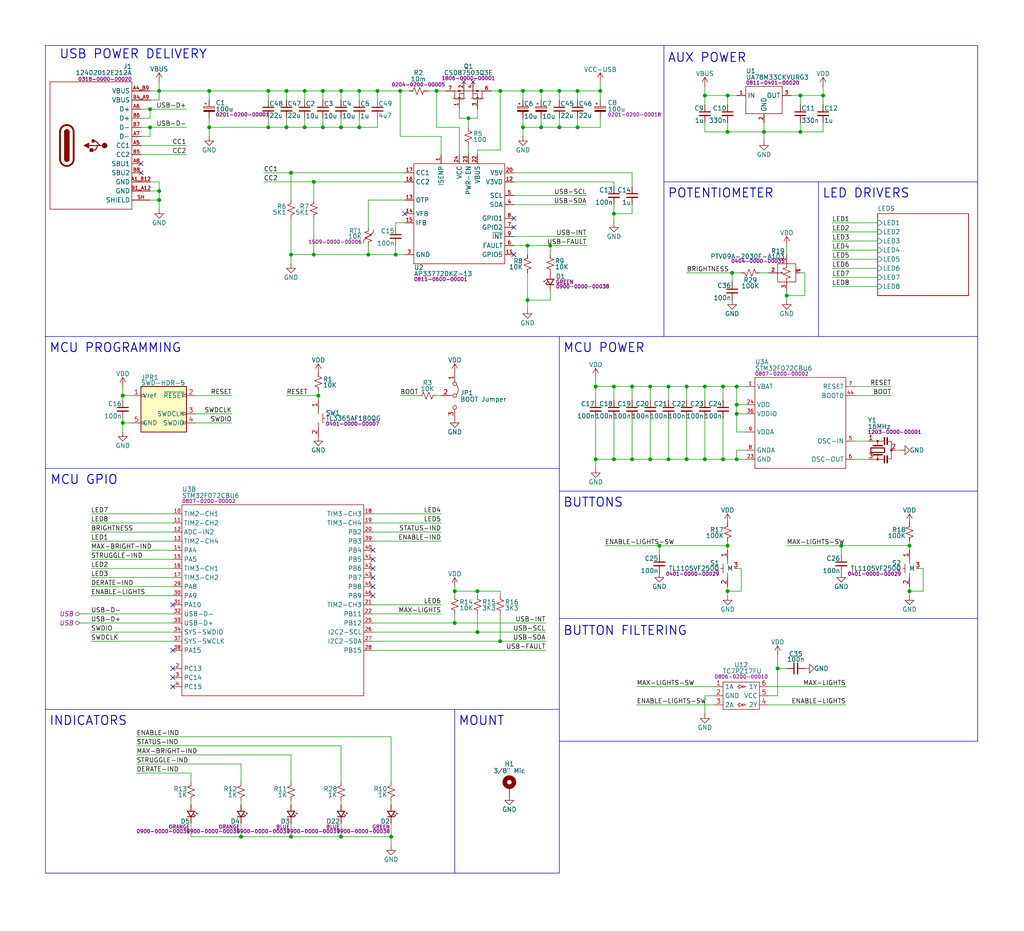
<source format=kicad_sch>
(kicad_sch (version 20231120) (generator "eeschema") (generator_version "8.0")
  (paper "User" 286 260)
  (title_block (title "MicLight Version 2 - Main") (rev "REV1") (company "Daxxn Industries"))
  (lib_symbols
    (symbol "DX_Capacitor_Ceramic:C3216X5R1V226M160AC" (pin_numbers hide) (pin_names hide)
      (property "Reference" "C" (at 2.794 1.778 0))
      (property "Value" "22u" (at 2.794 0 0))
      (symbol "C3216X5R1V226M160AC_1_1"
        (pin passive line (at 0 2.54 270) (length 2.032) (name "~") (number "1"))
        (pin passive line (at 0 -2.54 90) (length 2.032) (name "~") (number "2"))
      )
    )
    (symbol "DX_Capacitor_Ceramic:CL21A475KLCLQNC" (pin_numbers hide) (pin_names hide)
      (property "Reference" "C" (at 2.794 1.778 0))
      (property "Value" "4u7" (at 2.794 0 0))
      (symbol "CL21A475KLCLQNC_1_1"
        (pin passive line (at 0 2.54 270) (length 2.032) (name "~") (number "1"))
        (pin passive line (at 0 -2.54 90) (length 2.032) (name "~") (number "2"))
      )
    )
    (symbol "DX_Capacitor_Electro:HILITCHI-8-CAP-ALUM-100U" (pin_numbers hide) (pin_names hide)
      (property "Reference" "C" (at 2.032 1.778 0))
      (property "Value" "100u" (at 2.032 0 0))
      (symbol "HILITCHI-8-CAP-ALUM-100U_1_1"
        (pin passive line (at 0 2.54 270) (length 1.8542) (name "+") (number "1"))
        (pin passive line (at 0 -2.54 90) (length 1.8542) (name "-") (number "2"))
      )
    )
    (symbol "DX_Capacitor_Electro:UWT1H101MNL1GS" (pin_numbers hide) (pin_names hide)
      (property "Reference" "C" (at 2.032 1.778 0))
      (property "Value" "100u" (at 2.032 0 0))
      (symbol "UWT1H101MNL1GS_1_1"
        (pin passive line (at 0 2.54 270) (length 1.8542) (name "+") (number "1"))
        (pin passive line (at 0 -2.54 90) (length 1.8542) (name "-") (number "2"))
      )
    )
    (symbol "DX_Capacitor_Tant:TCJB106M035R0200"
      (property "Reference" "C" (at 2.032 1.778 0))
      (property "Value" "10u" (at 2.032 0 0))
      (symbol "TCJB106M035R0200_1_1"
        (pin passive line (at 0 2.54 270) (length 1.8542) (name "~") (number "1"))
        (pin passive line (at 0 -2.54 90) (length 1.8542) (name "~") (number "2"))
      )
    )
    (symbol "DX_Connector_Programming:SWD-HDR-5"
      (property "Reference" "JPR" (at 0 2.54 0))
      (property "Value" "SWD-HDR-5" (at 0 1.016 0))
      (symbol "SWD-HDR-5_1_1"
        (pin power_in line (at -2.54 -2.54 0) (length 2.54) (name "Vref") (number "1"))
        (pin open_collector line (at 15.24 -2.54 180) (length 2.54) (name "~{RESET}") (number "2"))
        (pin output line (at 15.24 -7.62 180) (length 2.54) (name "SWDCLK") (number "3"))
        (pin bidirectional line (at 15.24 -10.16 180) (length 2.54) (name "SWDIO") (number "4"))
        (pin power_in line (at -2.54 -10.16 0) (length 2.54) (name "GND") (number "5"))
      )
    )
    (symbol "DX_Connector_USB:12402012E212A"
      (property "Reference" "J" (at 0 4.318 0))
      (property "Value" "12402012E212A" (at 0 2.54 0))
      (property "PartNumber" "0318-0000-00020" (at 0 0.762 0))
      (symbol "12402012E212A_0_0"
        (pin bidirectional line (at -2.54 -17.78 0) (length 2.54) (name "CC1") (number "A5"))
        (pin bidirectional line (at -2.54 -7.62 0) (length 2.54) (name "D+") (number "A6"))
        (pin bidirectional line (at -2.54 -15.24 0) (length 2.54) (name "D-") (number "A7"))
        (pin bidirectional line (at -2.54 -22.86 0) (length 2.54) (name "SBU1") (number "A8"))
        (pin bidirectional line (at -2.54 -10.16 0) (length 2.54) (name "D+") (number "B6"))
        (pin bidirectional line (at -2.54 -12.7 0) (length 2.54) (name "D-") (number "B7"))
        (pin bidirectional line (at -2.54 -25.4 0) (length 2.54) (name "SBU2") (number "B8"))
        (pin passive line (at -5.08 -33.02 0) (length 5.08) (name "SHIELD") (number "SH"))
      )
      (symbol "12402012E212A_1_0"
        (pin power_in line (at -5.08 -27.94 0) (length 5.08) (name "GND") (number "A1_B12"))
        (pin power_in line (at -5.08 -2.54 0) (length 5.08) (name "VBUS") (number "A4_B9"))
        (pin power_in line (at -5.08 -30.48 0) (length 5.08) (name "GND") (number "B1_A12"))
        (pin bidirectional line (at -5.08 -5.08 0) (length 5.08) (name "VBUS") (number "B4_A9"))
        (pin bidirectional line (at -2.54 -20.32 0) (length 2.54) (name "CC2") (number "B5"))
      )
    )
    (symbol "DX_Control_Button:TL1105VF250Q"
      (property "Reference" "S" (at 0 6.096 0))
      (property "Value" "TL1105VF250Q" (at 0 4.572 0))
      (property "PartNumber" "0401-0000-00029" (at 0 3.048 0))
      (symbol "TL1105VF250Q_0_0"
        (pin passive line (at -5.08 0 0) (length 2.54) (name "~") (number "1"))
        (pin passive line (at 5.08 0 180) (length 2.54) (name "~") (number "2"))
        (pin passive line (at 0 -2.54 90) (length 0.5) (name "M") (number "3"))
      )
    )
    (symbol "DX_Control_Button:TL3365AF180QG"
      (property "Reference" "SW" (at 0 5.842 0))
      (property "Value" "TL3365AF180QG" (at 0 4.318 0))
      (property "PartNumber" "0401-0000-00007" (at 0 2.794 0))
      (symbol "TL3365AF180QG_0_0"
        (pin passive line (at -5.08 0 0) (length 2.54) (name "~") (number "1"))
        (pin passive line (at 5.08 0 180) (length 2.54) (name "~") (number "2"))
      )
    )
    (symbol "DX_Control_POT:PTV09A-2030F-A103" (pin_names hide)
      (property "Reference" "R" (at 0.508 6.096 0))
      (property "Value" "PTV09A-2030F-A103" (at 0.508 4.572 0))
      (property "PartNumber" "0404-0000-00035" (at 0.508 3.302 0))
      (symbol "PTV09A-2030F-A103_0_0"
        (pin passive line (at 0 5.08 270) (length 2.54) (name "A") (number "1"))
        (pin passive line (at 5.08 0 180) (length 2.54) (name "W") (number "2"))
        (pin passive line (at 0 -5.08 90) (length 2.54) (name "B") (number "3"))
      )
      (symbol "PTV09A-2030F-A103_1_0"
        (pin passive line (at -3.81 0 0) (length 1.27) (name "Mount") (number "MP"))
      )
    )
    (symbol "DX_Device:C" (pin_numbers hide) (pin_names (offset 0.254) hide)
      (property "Reference" "C" (at 0.254 1.524 0))
      (property "Value" "C" (at 0.254 -1.905 0))
      (symbol "C_1_1"
        (pin passive line (at 0 2.54 270) (length 2.032) (name "~") (number "1"))
        (pin passive line (at 0 -2.54 90) (length 2.032) (name "~") (number "2"))
      )
    )
    (symbol "DX_Device:R" (pin_numbers hide) (pin_names (offset 0.254) hide)
      (property "Reference" "R" (at 1.016 0.635 0))
      (property "Value" "R" (at 1.016 -1.016 0))
      (symbol "R_1_1"
        (pin passive line (at 0 2.54 270) (length 1.016) (name "~") (number "1"))
        (pin passive line (at 0 -2.54 90) (length 1.016) (name "~") (number "2"))
      )
    )
    (symbol "DX_Device_Power:VCC-USB" (power) (pin_names (offset 0))
      (property "Value" "VCC-USB" (at 0 3.429 0))
      (symbol "VCC-USB_1_1"
        (pin power_in line (at 0 0 90) (length 0) hide (name "VCC-USB") (number "1"))
      )
    )
    (symbol "DX_IC_Logic_Buffer:TC7PZ17FU"
      (property "Reference" "U" (at 7.62 6.096 0))
      (property "Value" "TC7PZ17FU" (at 7.874 4.318 0))
      (property "PartNumber" "0806-0200-00010" (at 7.62 2.794 0))
      (symbol "TC7PZ17FU_0_0"
        (pin unspecified line (at 0 0 0) (length 2.54) (name "1A") (number "1"))
        (pin unspecified line (at 0 -2.54 0) (length 2.54) (name "GND") (number "2"))
        (pin unspecified line (at 0 -5.08 0) (length 2.54) (name "2A") (number "3"))
        (pin unspecified line (at 15.24 -5.08 180) (length 2.54) (name "2Y") (number "4"))
        (pin unspecified line (at 15.24 -2.54 180) (length 2.54) (name "VCC") (number "5"))
        (pin unspecified line (at 15.24 0 180) (length 2.54) (name "1Y") (number "6"))
      )
    )
    (symbol "DX_IC_MCU_ST:STM32F072CBU6"
      (property "Reference" "U" (at 0 4.318 0))
      (property "Value" "STM32F072CBU6" (at 0 2.54 0))
      (property "PartNumber" "0807-0200-00002" (at 0 1.016 0))
      (symbol "STM32F072CBU6_1_0"
        (pin power_in line (at -2.54 -2.54 0) (length 2.54) (name "VBAT") (number "1"))
        (pin power_in line (at -2.54 -22.86 0) (length 2.54) (name "GND") (number "23"))
        (pin power_in line (at -2.54 -7.62 0) (length 2.54) (name "VDD") (number "24"))
        (pin power_in line (at -2.54 -22.86 0) (length 2.54) hide (name "GND") (number "35"))
        (pin power_in line (at -2.54 -10.16 0) (length 2.54) (name "VDDIO") (number "36"))
        (pin input line (at 27.94 -5.08 180) (length 2.54) (name "BOOT0") (number "44"))
        (pin power_in line (at -2.54 -22.86 0) (length 2.54) hide (name "GND") (number "47"))
        (pin power_in line (at -2.54 -7.62 0) (length 2.54) hide (name "VDD") (number "48"))
        (pin power_in line (at -2.54 -22.86 0) (length 2.54) hide (name "GND") (number "49"))
        (pin input line (at 27.94 -17.78 180) (length 2.54) (name "OSC-IN") (number "5"))
        (pin output line (at 27.94 -22.86 180) (length 2.54) (name "OSC-OUT") (number "6"))
        (pin input line (at 27.94 -2.54 180) (length 2.54) (name "RESET") (number "7"))
        (pin power_in line (at -2.54 -20.32 0) (length 2.54) (name "GNDA") (number "8"))
        (pin power_in line (at -2.54 -15.24 0) (length 2.54) (name "VDDA") (number "9"))
      )
      (symbol "STM32F072CBU6_2_0"
        (pin bidirectional line (at -2.54 -2.54 0) (length 2.54) (name "PA0") (number "10") (alternate "TIM2-CH1" bidirectional line))
        (pin bidirectional line (at -2.54 -5.08 0) (length 2.54) (name "PA1") (number "11") (alternate "TIM2-CH2" bidirectional line))
        (pin bidirectional line (at -2.54 -7.62 0) (length 2.54) (name "PA2") (number "12") (alternate "ADC-IN2" bidirectional line) (alternate "TIM2-CH3" bidirectional line))
        (pin bidirectional line (at -2.54 -10.16 0) (length 2.54) (name "PA3") (number "13") (alternate "TIM2-CH4" bidirectional line))
        (pin bidirectional line (at -2.54 -12.7 0) (length 2.54) (name "PA4") (number "14"))
        (pin bidirectional line (at -2.54 -15.24 0) (length 2.54) (name "PA5") (number "15") (alternate "TIM2-CH1" bidirectional line))
        (pin bidirectional line (at -2.54 -17.78 0) (length 2.54) (name "PA6") (number "16") (alternate "TIM3-CH1" bidirectional line))
        (pin bidirectional line (at -2.54 -20.32 0) (length 2.54) (name "PA7") (number "17") (alternate "TIM3-CH2" bidirectional line))
        (pin bidirectional line (at 53.34 -2.54 180) (length 2.54) (name "PB0") (number "18") (alternate "TIM3-CH3" bidirectional line))
        (pin bidirectional line (at 53.34 -5.08 180) (length 2.54) (name "PB1") (number "19") (alternate "TIM3-CH4" bidirectional line))
        (pin bidirectional line (at -2.54 -45.72 0) (length 2.54) (name "PC13") (number "2"))
        (pin bidirectional line (at 53.34 -7.62 180) (length 2.54) (name "PB2") (number "20"))
        (pin bidirectional line (at 53.34 -27.94 180) (length 2.54) (name "PB10") (number "21") (alternate "I2C2-SCL" bidirectional line) (alternate "TIM2-CH3" bidirectional line))
        (pin bidirectional line (at 53.34 -30.48 180) (length 2.54) (name "PB11") (number "22") (alternate "I2C2-SDA" bidirectional line) (alternate "TIM2-CH4" bidirectional line))
        (pin bidirectional line (at 53.34 -33.02 180) (length 2.54) (name "PB12") (number "25"))
        (pin bidirectional line (at 53.34 -35.56 180) (length 2.54) (name "PB13") (number "26") (alternate "I2C2-SCL" bidirectional line))
        (pin bidirectional line (at 53.34 -38.1 180) (length 2.54) (name "PB14") (number "27") (alternate "I2C2-SDA" bidirectional line))
        (pin bidirectional line (at 53.34 -40.64 180) (length 2.54) (name "PB15") (number "28"))
        (pin bidirectional line (at -2.54 -22.86 0) (length 2.54) (name "PA8") (number "29"))
        (pin bidirectional line (at -2.54 -48.26 0) (length 2.54) (name "PC14") (number "3"))
        (pin bidirectional line (at -2.54 -25.4 0) (length 2.54) (name "PA9") (number "30"))
        (pin bidirectional line (at -2.54 -27.94 0) (length 2.54) (name "PA10") (number "31"))
        (pin bidirectional line (at -2.54 -30.48 0) (length 2.54) (name "PA11") (number "32") (alternate "USB-D-" bidirectional line))
        (pin bidirectional line (at -2.54 -33.02 0) (length 2.54) (name "PA12") (number "33") (alternate "USB-D+" bidirectional line))
        (pin bidirectional line (at -2.54 -35.56 0) (length 2.54) (name "PA13") (number "34") (alternate "SYS-SWDIO" bidirectional line))
        (pin bidirectional line (at -2.54 -38.1 0) (length 2.54) (name "PA14") (number "37") (alternate "SYS-SWCLK" bidirectional line))
        (pin bidirectional line (at -2.54 -40.64 0) (length 2.54) (name "PA15") (number "38") (alternate "TIM2-CH1" bidirectional line))
        (pin bidirectional line (at 53.34 -10.16 180) (length 2.54) (name "PB3") (number "39") (alternate "TIM2-CH2" bidirectional line))
        (pin bidirectional line (at -2.54 -50.8 0) (length 2.54) (name "PC15") (number "4"))
        (pin bidirectional line (at 53.34 -12.7 180) (length 2.54) (name "PB4") (number "40") (alternate "TIM3-CH1" bidirectional line))
        (pin bidirectional line (at 53.34 -15.24 180) (length 2.54) (name "PB5") (number "41") (alternate "TIM3-CH2" bidirectional line))
        (pin bidirectional line (at 53.34 -17.78 180) (length 2.54) (name "PB6") (number "42"))
        (pin bidirectional line (at 53.34 -20.32 180) (length 2.54) (name "PB7") (number "43"))
        (pin bidirectional line (at 53.34 -22.86 180) (length 2.54) (name "PB8") (number "45"))
        (pin bidirectional line (at 53.34 -25.4 180) (length 2.54) (name "PB9") (number "46"))
      )
    )
    (symbol "DX_IC_PMIC_Regulator_Linear:UA78M33CKVURG3"
      (property "Reference" "U" (at 0 4.318 0))
      (property "Value" "UA78M33CKVURG3" (at 0 2.54 0))
      (property "PartNumber" "0811-0401-00020" (at 0 1.016 0))
      (symbol "UA78M33CKVURG3_0_0"
        (pin power_in line (at 5.08 -10.16 90) (length 2.54) (name "GND") (number "2"))
      )
      (symbol "UA78M33CKVURG3_1_0"
        (pin power_in line (at -2.54 -2.54 0) (length 2.54) (name "IN") (number "1"))
        (pin power_out line (at 12.7 -2.54 180) (length 2.54) (name "OUT") (number "3"))
      )
    )
    (symbol "DX_IC_PMIC_Supervisor:AP33772DKZ-13"
      (property "Reference" "U" (at 18.542 4.318 0))
      (property "Value" "AP33772DKZ-13" (at 18.542 2.54 0))
      (property "PartNumber" "0811-0600-00001" (at 18.542 1.016 0))
      (symbol "AP33772DKZ-13_0_0"
        (pin input line (at 7.62 2.54 270) (length 2.54) (name "ISENP") (number "1"))
        (pin no_connect line (at 10.16 -25.4 0) (length 2.54) hide (name "NC") (number "10"))
        (pin bidirectional line (at 27.94 -25.4 180) (length 2.54) (name "GPIO5") (number "11"))
        (pin power_out line (at 27.94 -5.08 180) (length 2.54) (name "V3VD") (number "12"))
        (pin input line (at -2.54 -10.16 0) (length 2.54) (name "OTP") (number "13"))
        (pin input line (at -2.54 -13.97 0) (length 2.54) (name "VFB") (number "14"))
        (pin input line (at -2.54 -16.51 0) (length 2.54) (name "IFB") (number "15"))
        (pin input line (at -2.54 -5.08 0) (length 2.54) (name "CC2") (number "16"))
        (pin input line (at -2.54 -2.54 0) (length 2.54) (name "CC1") (number "17"))
        (pin no_connect line (at 10.16 -25.4 0) (length 2.54) hide (name "NC") (number "18"))
        (pin no_connect line (at 10.16 -25.4 0) (length 2.54) hide (name "NC") (number "19"))
        (pin no_connect line (at 10.16 -25.4 0) (length 2.54) hide (name "NC") (number "2"))
        (pin power_out line (at 27.94 -2.54 180) (length 2.54) (name "V5V") (number "20"))
        (pin no_connect line (at 10.16 -25.4 0) (length 2.54) hide (name "NC") (number "21"))
        (pin input line (at 17.78 2.54 270) (length 2.54) (name "VBUS") (number "22"))
        (pin output line (at 15.24 2.54 270) (length 2.54) (name "PWR-EN") (number "23"))
        (pin power_in line (at 12.7 2.54 270) (length 2.54) (name "VCC") (number "24"))
        (pin power_in line (at -2.54 -25.4 0) (length 2.54) hide (name "GND") (number "25"))
        (pin power_in line (at -2.54 -25.4 0) (length 2.54) (name "GND") (number "3"))
        (pin bidirectional line (at 27.94 -11.43 180) (length 2.54) (name "SDA") (number "4"))
        (pin input line (at 27.94 -8.89 180) (length 2.54) (name "SCL") (number "5"))
        (pin bidirectional line (at 27.94 -17.78 180) (length 2.54) (name "GPIO2") (number "7"))
        (pin bidirectional line (at 27.94 -15.24 180) (length 2.54) (name "GPIO1") (number "8"))
      )
      (symbol "AP33772DKZ-13_1_0"
        (pin bidirectional line (at 27.94 -22.86 180) (length 2.54) (name "GPIO4") (number "6") (alternate "FAULT" bidirectional line))
        (pin bidirectional line (at 27.94 -20.32 180) (length 2.54) (name "GPIO3") (number "9") (alternate "~{INT}" output line))
      )
    )
    (symbol "DX_LED:CZ1-0603-BLUE" (pin_numbers hide) (pin_names hide)
      (property "Reference" "D" (at 0 2.794 0))
      (property "PartNumber" "0900-0000-00037" (at 0 -3.302 0))
      (property "Color" "BLUE" (at 0 -2.032 0))
      (symbol "CZ1-0603-BLUE_1_1"
        (pin passive line (at -2.54 0 0) (length 1.778) (name "K") (number "1"))
        (pin passive line (at 2.54 0 180) (length 1.778) (name "A") (number "2"))
      )
    )
    (symbol "DX_LED:CZ2-0603-GREEN" (pin_numbers hide) (pin_names hide)
      (property "Reference" "D" (at 0 2.794 0))
      (property "PartNumber" "0900-0000-00038" (at 0 -3.302 0))
      (property "Color" "GREEN" (at 0 -2.032 0))
      (symbol "CZ2-0603-GREEN_1_1"
        (pin passive line (at -2.54 0 0) (length 1.778) (name "K") (number "1"))
        (pin passive line (at 2.54 0 180) (length 1.778) (name "A") (number "2"))
      )
    )
    (symbol "DX_LED:CZ3-0603-ORANGE" (pin_numbers hide) (pin_names hide)
      (property "Reference" "D" (at 0 2.794 0))
      (property "PartNumber" "0900-0000-00039" (at 0 -3.302 0))
      (property "Color" "ORANGE" (at 0 -2.032 0))
      (symbol "CZ3-0603-ORANGE_1_1"
        (pin passive line (at -2.54 0 0) (length 1.778) (name "K") (number "1"))
        (pin passive line (at 2.54 0 180) (length 1.778) (name "A") (number "2"))
      )
    )
    (symbol "DX_Oscillator_Resonator:CSTNE16M0V53L000R0"
      (property "Reference" "Y" (at 4.318 0.762 0))
      (property "Value" "16MHz" (at 4.318 -1.016 0))
      (property "PartNumber" "1203-0000-00001" (at 4.318 -2.54 0))
      (symbol "CSTNE16M0V53L000R0_1_1"
        (pin passive line (at -2.54 2.54 270) (length 1.27) (name "1") (number "1"))
        (pin passive line (at 0 -5.08 90) (length 1.27) (name "2") (number "2"))
        (pin passive line (at 2.54 2.54 270) (length 1.27) (name "3") (number "3"))
      )
    )
    (symbol "DX_Resistor_Sense:CSR1206FT10L0" (pin_numbers hide) (pin_names hide)
      (property "Reference" "R" (at 1.524 1.778 0))
      (property "Value" "10m" (at 1.524 0 0))
      (symbol "CSR1206FT10L0_1_1"
        (pin passive line (at 0 2.54 270) (length 1.016) (name "~") (number "1"))
        (pin passive line (at 0 -2.54 90) (length 1.016) (name "~") (number "2"))
      )
    )
    (symbol "DX_Sensor_Temperature:ERT-J0EG103FA" (pin_numbers hide) (pin_names (offset 0.254) hide)
      (property "Reference" "RT" (at 1.778 1.524 0))
      (property "Value" "10K" (at 1.778 0 0))
      (property "PartNumber" "1509-0000-00006" (at 1.778 -1.524 0))
      (symbol "ERT-J0EG103FA_1_1"
        (pin passive line (at 0 2.54 270) (length 1.016) (name "~") (number "1"))
        (pin passive line (at 0 -2.54 90) (length 1.016) (name "~") (number "2"))
      )
    )
    (symbol "DX_Transistor_MOSFET:CSD87503Q3E"
      (property "Reference" "Q" (at 8.128 4.064 0))
      (property "Value" "CSD87503Q3E" (at 8.128 2.286 0))
      (property "PartNumber" "1806-0000-00001" (at 8.128 0.762 0))
      (symbol "CSD87503Q3E_0_0"
        (pin passive line (at 3.81 -5.08 90) (length 2.54) (name "S1") (number "2"))
        (pin passive line (at 6.35 -5.08 90) (length 2.54) (name "S2") (number "4"))
      )
      (symbol "CSD87503Q3E_1_0"
        (pin input line (at 2.54 2.54 270) (length 2.7) (name "G1") (number "1"))
        (pin input line (at 7.62 2.54 270) (length 2.7) (name "G2") (number "3"))
        (pin passive line (at 11.43 -2.54 180) (length 2.54) (name "D2") (number "6"))
        (pin passive line (at -1.27 -2.54 0) (length 2.54) (name "D1") (number "7"))
      )
    )
    (symbol "Jumper:Jumper_3_Bridged12" (pin_names (offset 0) hide) (exclude_from_sim yes) (in_bom no)
      (property "Reference" "JP" (at -2.54 -2.54 0))
      (property "Value" "Jumper_3_Bridged12" (at 0 2.794 0))
      (symbol "Jumper_3_Bridged12_1_1"
        (pin passive line (at -6.35 0 0) (length 2.54) (name "A") (number "1"))
        (pin passive line (at 0 -3.81 90) (length 2.54) (name "C") (number "2"))
        (pin passive line (at 6.35 0 180) (length 2.54) (name "B") (number "3"))
      )
    )
    (symbol "Mechanical:MountingHole_Pad" (pin_numbers hide) (pin_names (offset 1.016) hide) (exclude_from_sim yes) (in_bom no)
      (property "Reference" "H" (at 0 6.35 0))
      (property "Value" "MountingHole_Pad" (at 0 4.445 0))
      (symbol "MountingHole_Pad_1_1"
        (pin input line (at 0 -2.54 90) (length 2.54) (name "1") (number "1"))
      )
    )
    (symbol "power:GND" (power) (pin_numbers hide) (pin_names (offset 0) hide)
      (property "Value" "GND" (at 0 -3.81 0))
      (symbol "GND_1_1"
        (pin power_in line (at 0 0 270) (length 0) (name "~") (number "1"))
      )
    )
    (symbol "power:VBUS" (power) (pin_numbers hide) (pin_names (offset 0) hide)
      (property "Value" "VBUS" (at 0 3.556 0))
      (symbol "VBUS_1_1"
        (pin power_in line (at 0 0 90) (length 0) (name "~") (number "1"))
      )
    )
    (symbol "power:VDD" (power) (pin_numbers hide) (pin_names (offset 0) hide)
      (property "Value" "VDD" (at 0 3.556 0))
      (symbol "VDD_1_1"
        (pin power_in line (at 0 0 90) (length 0) (name "~") (number "1"))
      )
    )
  )
  (junction (at 81.28 233.68))
  (junction (at 161.29 35.56))
  (junction (at 205.74 128.27))
  (junction (at 105.41 25.4))
  (junction (at 90.17 35.56))
  (junction (at 95.25 35.56))
  (junction (at 95.25 25.4))
  (junction (at 254 152.4))
  (junction (at 67.31 233.68))
  (junction (at 100.33 35.56))
  (junction (at 44.45 55.88))
  (junction (at 80.01 25.4))
  (junction (at 161.29 25.4))
  (junction (at 87.63 50.8))
  (junction (at 205.74 115.57))
  (junction (at 217.17 186.69))
  (junction (at 133.35 165.1))
  (junction (at 181.61 128.27))
  (junction (at 196.85 128.27))
  (junction (at 156.21 35.56))
  (junction (at 156.21 25.4))
  (junction (at 100.33 25.4))
  (junction (at 90.17 25.4))
  (junction (at 41.91 35.56))
  (junction (at 41.91 30.48))
  (junction (at 44.45 53.34))
  (junction (at 127 173.99))
  (junction (at 201.93 107.95))
  (junction (at 203.2 165.1))
  (junction (at 110.49 71.12))
  (junction (at 151.13 25.4))
  (junction (at 147.32 83.82))
  (junction (at 81.28 71.12))
  (junction (at 34.29 110.49))
  (junction (at 191.77 128.27))
  (junction (at 196.85 107.95))
  (junction (at 186.69 128.27))
  (junction (at 205.74 107.95))
  (junction (at 229.87 26.67))
  (junction (at 44.45 25.4))
  (junction (at 166.37 107.95))
  (junction (at 176.53 128.27))
  (junction (at 176.53 107.95))
  (junction (at 203.2 152.4))
  (junction (at 85.09 35.56))
  (junction (at 171.45 59.69))
  (junction (at 139.7 25.4))
  (junction (at 34.29 118.11))
  (junction (at 186.69 107.95))
  (junction (at 254 165.1))
  (junction (at 127 165.1))
  (junction (at 203.2 36.83))
  (junction (at 151.13 35.56))
  (junction (at 146.05 25.4))
  (junction (at 80.01 35.56))
  (junction (at 102.87 71.12))
  (junction (at 153.67 68.58))
  (junction (at 58.42 35.56))
  (junction (at 184.15 152.4))
  (junction (at 191.77 107.95))
  (junction (at 85.09 25.4))
  (junction (at 166.37 128.27))
  (junction (at 203.2 26.67))
  (junction (at 81.28 48.26))
  (junction (at 213.36 36.83))
  (junction (at 74.93 35.56))
  (junction (at 87.63 71.12))
  (junction (at 109.22 233.68))
  (junction (at 58.42 25.4))
  (junction (at 219.71 82.55))
  (junction (at 88.9 110.49))
  (junction (at 171.45 128.27))
  (junction (at 133.35 176.53))
  (junction (at 95.25 233.68))
  (junction (at 111.76 25.4))
  (junction (at 181.61 107.95))
  (junction (at 130.81 33.02))
  (junction (at 196.85 26.67))
  (junction (at 201.93 128.27))
  (junction (at 205.74 113.03))
  (junction (at 223.52 36.83))
  (junction (at 139.7 179.07))
  (junction (at 234.95 152.4))
  (junction (at 146.05 35.56))
  (junction (at 167.64 25.4))
  (junction (at 204.47 76.2))
  (junction (at 171.45 107.95))
  (junction (at 121.92 25.4))
  (junction (at 223.52 26.67))
  (junction (at 74.93 25.4))
  (junction (at 147.32 68.58))
  (no_connect (at 104.14 153.67))
  (no_connect (at 104.14 161.29))
  (no_connect (at 143.51 60.96))
  (no_connect (at 48.26 181.61))
  (no_connect (at 104.14 158.75))
  (no_connect (at 143.51 71.12))
  (no_connect (at 113.03 59.69))
  (no_connect (at 129.54 22.86))
  (no_connect (at 39.37 45.72))
  (no_connect (at 48.26 186.69))
  (no_connect (at 48.26 191.77))
  (no_connect (at 48.26 189.23))
  (no_connect (at 104.14 163.83))
  (no_connect (at 104.14 166.37))
  (no_connect (at 143.51 63.5))
  (no_connect (at 48.26 168.91))
  (no_connect (at 39.37 48.26))
  (no_connect (at 104.14 156.21))
  (no_connect (at 132.08 22.86))
  (wire (pts (xy 139.7 25.4) (xy 146.05 25.4)))
  (wire (pts (xy 232.41 64.77) (xy 245.11 64.77)))
  (wire (pts (xy 139.7 41.91) (xy 133.35 41.91)))
  (wire (pts (xy 85.09 33.02) (xy 85.09 35.56)))
  (wire (pts (xy 219.71 82.55) (xy 219.71 81.28)))
  (wire (pts (xy 223.52 34.29) (xy 223.52 36.83)))
  (wire (pts (xy 151.13 35.56) (xy 156.21 35.56)))
  (polyline (pts (xy 12.7 130.81) (xy 12.7 198.12)))
  (wire (pts (xy 250.19 125.73) (xy 251.46 125.73)))
  (wire (pts (xy 196.85 26.67) (xy 196.85 24.13)))
  (wire (pts (xy 34.29 110.49) (xy 34.29 111.76)))
  (polyline (pts (xy 273.05 50.8) (xy 185.42 50.8)))
  (wire (pts (xy 90.17 25.4) (xy 90.17 27.94)))
  (wire (pts (xy 104.14 151.13) (xy 123.19 151.13)))
  (polyline (pts (xy 185.42 93.98) (xy 273.05 93.98)))
  (wire (pts (xy 139.7 166.37) (xy 139.7 165.1)))
  (wire (pts (xy 181.61 107.95) (xy 181.61 111.76)))
  (polyline (pts (xy 228.6 50.8) (xy 228.6 93.98)))
  (wire (pts (xy 95.25 25.4) (xy 95.25 27.94)))
  (wire (pts (xy 39.37 38.1) (xy 41.91 38.1)))
  (wire (pts (xy 166.37 128.27) (xy 171.45 128.27)))
  (wire (pts (xy 153.67 81.28) (xy 153.67 83.82)))
  (wire (pts (xy 156.21 25.4) (xy 156.21 27.94)))
  (wire (pts (xy 102.87 71.12) (xy 110.49 71.12)))
  (wire (pts (xy 25.4 153.67) (xy 48.26 153.67)))
  (wire (pts (xy 54.61 110.49) (xy 64.77 110.49)))
  (wire (pts (xy 58.42 25.4) (xy 58.42 27.94)))
  (wire (pts (xy 90.17 35.56) (xy 95.25 35.56)))
  (wire (pts (xy 127 163.83) (xy 127 165.1)))
  (wire (pts (xy 25.4 146.05) (xy 48.26 146.05)))
  (wire (pts (xy 41.91 30.48) (xy 41.91 33.02)))
  (wire (pts (xy 257.81 165.1) (xy 254 165.1)))
  (wire (pts (xy 44.45 25.4) (xy 44.45 27.94)))
  (wire (pts (xy 137.16 25.4) (xy 139.7 25.4)))
  (wire (pts (xy 133.35 176.53) (xy 152.4 176.53)))
  (wire (pts (xy 224.79 82.55) (xy 219.71 82.55)))
  (wire (pts (xy 143.51 50.8) (xy 171.45 50.8)))
  (wire (pts (xy 196.85 107.95) (xy 201.93 107.95)))
  (polyline (pts (xy 12.7 93.98) (xy 12.7 130.81)))
  (wire (pts (xy 191.77 107.95) (xy 191.77 111.76)))
  (wire (pts (xy 104.14 148.59) (xy 123.19 148.59)))
  (wire (pts (xy 105.41 25.4) (xy 105.41 27.94)))
  (wire (pts (xy 44.45 55.88) (xy 44.45 58.42)))
  (polyline (pts (xy 273.05 172.72) (xy 273.05 207.01)))
  (wire (pts (xy 146.05 33.02) (xy 146.05 35.56)))
  (wire (pts (xy 34.29 118.11) (xy 36.83 118.11)))
  (wire (pts (xy 171.45 128.27) (xy 176.53 128.27)))
  (wire (pts (xy 166.37 130.81) (xy 166.37 128.27)))
  (wire (pts (xy 196.85 194.31) (xy 199.39 194.31)))
  (wire (pts (xy 81.28 60.96) (xy 81.28 71.12)))
  (wire (pts (xy 41.91 27.94) (xy 44.45 27.94)))
  (wire (pts (xy 111.76 110.49) (xy 116.84 110.49)))
  (polyline (pts (xy 156.21 198.12) (xy 12.7 198.12)))
  (wire (pts (xy 109.22 223.52) (xy 109.22 224.79)))
  (wire (pts (xy 85.09 25.4) (xy 85.09 27.94)))
  (wire (pts (xy 201.93 116.84) (xy 201.93 128.27)))
  (wire (pts (xy 85.09 35.56) (xy 90.17 35.56)))
  (wire (pts (xy 41.91 35.56) (xy 41.91 38.1)))
  (wire (pts (xy 207.01 76.2) (xy 204.47 76.2)))
  (wire (pts (xy 104.14 146.05) (xy 123.19 146.05)))
  (wire (pts (xy 203.2 151.13) (xy 203.2 152.4)))
  (polyline (pts (xy 185.42 93.98) (xy 185.42 12.7)))
  (wire (pts (xy 87.63 71.12) (xy 102.87 71.12)))
  (wire (pts (xy 128.27 33.02) (xy 130.81 33.02)))
  (wire (pts (xy 213.36 36.83) (xy 213.36 34.29)))
  (wire (pts (xy 81.28 71.12) (xy 87.63 71.12)))
  (wire (pts (xy 34.29 110.49) (xy 34.29 107.95)))
  (wire (pts (xy 167.64 25.4) (xy 161.29 25.4)))
  (wire (pts (xy 109.22 233.68) (xy 109.22 236.22)))
  (wire (pts (xy 214.63 196.85) (xy 236.22 196.85)))
  (wire (pts (xy 171.45 116.84) (xy 171.45 128.27)))
  (polyline (pts (xy 156.21 243.84) (xy 127 243.84)))
  (wire (pts (xy 205.74 120.65) (xy 205.74 115.57)))
  (wire (pts (xy 147.32 68.58) (xy 153.67 68.58)))
  (wire (pts (xy 153.67 68.58) (xy 153.67 71.12)))
  (polyline (pts (xy 12.7 93.98) (xy 185.42 93.98)))
  (wire (pts (xy 25.4 166.37) (xy 48.26 166.37)))
  (wire (pts (xy 139.7 25.4) (xy 139.7 41.91)))
  (wire (pts (xy 110.49 62.23) (xy 110.49 63.5)))
  (wire (pts (xy 196.85 34.29) (xy 196.85 36.83)))
  (polyline (pts (xy 127 243.84) (xy 127 198.12)))
  (wire (pts (xy 100.33 33.02) (xy 100.33 35.56)))
  (wire (pts (xy 95.25 208.28) (xy 38.1 208.28)))
  (wire (pts (xy 41.91 55.88) (xy 44.45 55.88)))
  (wire (pts (xy 229.87 26.67) (xy 229.87 24.13)))
  (wire (pts (xy 166.37 107.95) (xy 166.37 111.76)))
  (wire (pts (xy 128.27 43.18) (xy 128.27 35.56)))
  (wire (pts (xy 81.28 223.52) (xy 81.28 224.79)))
  (wire (pts (xy 196.85 128.27) (xy 201.93 128.27)))
  (wire (pts (xy 232.41 80.01) (xy 245.11 80.01)))
  (wire (pts (xy 133.35 171.45) (xy 133.35 176.53)))
  (wire (pts (xy 214.63 194.31) (xy 217.17 194.31)))
  (wire (pts (xy 156.21 35.56) (xy 161.29 35.56)))
  (wire (pts (xy 58.42 35.56) (xy 58.42 38.1)))
  (wire (pts (xy 256.54 158.75) (xy 257.81 158.75)))
  (polyline (pts (xy 12.7 12.7) (xy 190.5 12.7)))
  (wire (pts (xy 80.01 110.49) (xy 88.9 110.49)))
  (wire (pts (xy 229.87 34.29) (xy 229.87 36.83)))
  (wire (pts (xy 87.63 55.88) (xy 87.63 50.8)))
  (wire (pts (xy 139.7 171.45) (xy 139.7 179.07)))
  (wire (pts (xy 67.31 223.52) (xy 67.31 224.79)))
  (wire (pts (xy 121.92 25.4) (xy 124.46 25.4)))
  (wire (pts (xy 95.25 229.87) (xy 95.25 233.68)))
  (wire (pts (xy 161.29 25.4) (xy 156.21 25.4)))
  (wire (pts (xy 214.63 76.2) (xy 212.09 76.2)))
  (wire (pts (xy 167.64 22.86) (xy 167.64 25.4)))
  (wire (pts (xy 105.41 35.56) (xy 100.33 35.56)))
  (wire (pts (xy 238.76 110.49) (xy 248.92 110.49)))
  (wire (pts (xy 217.17 186.69) (xy 217.17 194.31)))
  (wire (pts (xy 127 171.45) (xy 127 173.99)))
  (wire (pts (xy 102.87 63.5) (xy 102.87 55.88)))
  (wire (pts (xy 205.74 113.03) (xy 205.74 107.95)))
  (wire (pts (xy 203.2 152.4) (xy 184.15 152.4)))
  (wire (pts (xy 151.13 25.4) (xy 151.13 27.94)))
  (wire (pts (xy 90.17 25.4) (xy 95.25 25.4)))
  (polyline (pts (xy 156.21 198.12) (xy 156.21 243.84)))
  (wire (pts (xy 166.37 107.95) (xy 166.37 105.41)))
  (wire (pts (xy 208.28 107.95) (xy 205.74 107.95)))
  (wire (pts (xy 177.8 196.85) (xy 199.39 196.85)))
  (wire (pts (xy 203.2 34.29) (xy 203.2 36.83)))
  (wire (pts (xy 133.35 165.1) (xy 139.7 165.1)))
  (wire (pts (xy 205.74 26.67) (xy 203.2 26.67)))
  (wire (pts (xy 166.37 107.95) (xy 171.45 107.95)))
  (wire (pts (xy 203.2 165.1) (xy 203.2 163.83)))
  (wire (pts (xy 58.42 25.4) (xy 74.93 25.4)))
  (wire (pts (xy 203.2 166.37) (xy 203.2 165.1)))
  (wire (pts (xy 54.61 115.57) (xy 64.77 115.57)))
  (wire (pts (xy 238.76 128.27) (xy 242.57 128.27)))
  (wire (pts (xy 171.45 59.69) (xy 176.53 59.69)))
  (wire (pts (xy 217.17 186.69) (xy 219.71 186.69)))
  (wire (pts (xy 41.91 30.48) (xy 52.07 30.48)))
  (wire (pts (xy 104.14 143.51) (xy 123.19 143.51)))
  (wire (pts (xy 39.37 35.56) (xy 41.91 35.56)))
  (wire (pts (xy 81.28 71.12) (xy 81.28 73.66)))
  (wire (pts (xy 109.22 205.74) (xy 38.1 205.74)))
  (wire (pts (xy 25.4 156.21) (xy 48.26 156.21)))
  (wire (pts (xy 53.34 223.52) (xy 53.34 224.79)))
  (polyline (pts (xy 12.7 198.12) (xy 12.7 243.84)))
  (wire (pts (xy 25.4 158.75) (xy 48.26 158.75)))
  (wire (pts (xy 177.8 191.77) (xy 199.39 191.77)))
  (wire (pts (xy 147.32 76.2) (xy 147.32 83.82)))
  (wire (pts (xy 100.33 25.4) (xy 95.25 25.4)))
  (wire (pts (xy 80.01 33.02) (xy 80.01 35.56)))
  (wire (pts (xy 25.4 143.51) (xy 48.26 143.51)))
  (wire (pts (xy 67.31 218.44) (xy 67.31 213.36)))
  (wire (pts (xy 147.32 68.58) (xy 147.32 71.12)))
  (polyline (pts (xy 273.05 137.16) (xy 273.05 172.72)))
  (wire (pts (xy 186.69 128.27) (xy 191.77 128.27)))
  (wire (pts (xy 80.01 35.56) (xy 85.09 35.56)))
  (wire (pts (xy 127 173.99) (xy 152.4 173.99)))
  (wire (pts (xy 176.53 128.27) (xy 181.61 128.27)))
  (wire (pts (xy 67.31 213.36) (xy 38.1 213.36)))
  (wire (pts (xy 219.71 68.58) (xy 219.71 71.12)))
  (wire (pts (xy 181.61 107.95) (xy 186.69 107.95)))
  (wire (pts (xy 39.37 33.02) (xy 41.91 33.02)))
  (polyline (pts (xy 12.7 130.81) (xy 156.21 130.81)))
  (wire (pts (xy 219.71 83.82) (xy 219.71 82.55)))
  (wire (pts (xy 58.42 35.56) (xy 74.93 35.56)))
  (wire (pts (xy 254 165.1) (xy 254 163.83)))
  (wire (pts (xy 191.77 128.27) (xy 196.85 128.27)))
  (wire (pts (xy 208.28 120.65) (xy 205.74 120.65)))
  (wire (pts (xy 196.85 199.39) (xy 196.85 194.31)))
  (wire (pts (xy 176.53 107.95) (xy 176.53 111.76)))
  (wire (pts (xy 53.34 233.68) (xy 67.31 233.68)))
  (wire (pts (xy 88.9 109.22) (xy 88.9 110.49)))
  (wire (pts (xy 186.69 107.95) (xy 186.69 111.76)))
  (wire (pts (xy 109.22 233.68) (xy 95.25 233.68)))
  (polyline (pts (xy 12.7 12.7) (xy 12.7 93.98)))
  (wire (pts (xy 234.95 152.4) (xy 234.95 154.94)))
  (wire (pts (xy 113.03 62.23) (xy 110.49 62.23)))
  (wire (pts (xy 203.2 36.83) (xy 196.85 36.83)))
  (wire (pts (xy 123.19 38.1) (xy 111.76 38.1)))
  (wire (pts (xy 143.51 48.26) (xy 176.53 48.26)))
  (wire (pts (xy 232.41 74.93) (xy 245.11 74.93)))
  (wire (pts (xy 223.52 26.67) (xy 229.87 26.67)))
  (wire (pts (xy 191.77 107.95) (xy 196.85 107.95)))
  (polyline (pts (xy 156.21 130.81) (xy 156.21 93.98)))
  (wire (pts (xy 139.7 179.07) (xy 152.4 179.07)))
  (wire (pts (xy 207.01 158.75) (xy 207.01 165.1)))
  (wire (pts (xy 130.81 33.02) (xy 130.81 35.56)))
  (wire (pts (xy 67.31 233.68) (xy 67.31 229.87)))
  (wire (pts (xy 44.45 55.88) (xy 44.45 53.34)))
  (wire (pts (xy 204.47 76.2) (xy 204.47 78.74)))
  (wire (pts (xy 224.79 76.2) (xy 224.79 82.55)))
  (wire (pts (xy 186.69 116.84) (xy 186.69 128.27)))
  (wire (pts (xy 111.76 25.4) (xy 114.3 25.4)))
  (wire (pts (xy 217.17 182.88) (xy 217.17 186.69)))
  (wire (pts (xy 171.45 57.15) (xy 171.45 59.69)))
  (wire (pts (xy 81.28 210.82) (xy 38.1 210.82)))
  (wire (pts (xy 223.52 26.67) (xy 223.52 29.21)))
  (wire (pts (xy 39.37 43.18) (xy 52.07 43.18)))
  (wire (pts (xy 254 151.13) (xy 254 152.4)))
  (wire (pts (xy 81.28 229.87) (xy 81.28 233.68)))
  (wire (pts (xy 128.27 35.56) (xy 121.92 35.56)))
  (wire (pts (xy 223.52 76.2) (xy 224.79 76.2)))
  (wire (pts (xy 113.03 71.12) (xy 110.49 71.12)))
  (wire (pts (xy 111.76 38.1) (xy 111.76 25.4)))
  (wire (pts (xy 121.92 35.56) (xy 121.92 25.4)))
  (wire (pts (xy 143.51 68.58) (xy 147.32 68.58)))
  (wire (pts (xy 133.35 165.1) (xy 133.35 166.37)))
  (wire (pts (xy 44.45 22.86) (xy 44.45 25.4)))
  (wire (pts (xy 203.2 36.83) (xy 213.36 36.83)))
  (wire (pts (xy 25.4 179.07) (xy 48.26 179.07)))
  (wire (pts (xy 205.74 158.75) (xy 207.01 158.75)))
  (wire (pts (xy 133.35 30.48) (xy 133.35 33.02)))
  (wire (pts (xy 205.74 115.57) (xy 208.28 115.57)))
  (wire (pts (xy 196.85 107.95) (xy 196.85 111.76)))
  (wire (pts (xy 81.28 233.68) (xy 67.31 233.68)))
  (wire (pts (xy 205.74 113.03) (xy 208.28 113.03)))
  (wire (pts (xy 25.4 151.13) (xy 48.26 151.13)))
  (wire (pts (xy 223.52 36.83) (xy 229.87 36.83)))
  (wire (pts (xy 184.15 152.4) (xy 184.15 154.94)))
  (wire (pts (xy 143.51 66.04) (xy 163.83 66.04)))
  (wire (pts (xy 171.45 50.8) (xy 171.45 52.07)))
  (wire (pts (xy 232.41 67.31) (xy 245.11 67.31)))
  (wire (pts (xy 161.29 33.02) (xy 161.29 35.56)))
  (wire (pts (xy 25.4 176.53) (xy 48.26 176.53)))
  (wire (pts (xy 153.67 83.82) (xy 147.32 83.82)))
  (wire (pts (xy 41.91 35.56) (xy 52.07 35.56)))
  (wire (pts (xy 104.14 179.07) (xy 139.7 179.07)))
  (wire (pts (xy 81.28 48.26) (xy 81.28 55.88)))
  (wire (pts (xy 53.34 218.44) (xy 53.34 215.9)))
  (wire (pts (xy 254 152.4) (xy 234.95 152.4)))
  (polyline (pts (xy 156.21 137.16) (xy 273.05 137.16)))
  (wire (pts (xy 80.01 25.4) (xy 80.01 27.94)))
  (wire (pts (xy 81.28 48.26) (xy 113.03 48.26)))
  (wire (pts (xy 34.29 116.84) (xy 34.29 118.11)))
  (wire (pts (xy 100.33 25.4) (xy 100.33 27.94)))
  (wire (pts (xy 95.25 223.52) (xy 95.25 224.79)))
  (wire (pts (xy 232.41 69.85) (xy 245.11 69.85)))
  (wire (pts (xy 201.93 107.95) (xy 201.93 111.76)))
  (wire (pts (xy 220.98 26.67) (xy 223.52 26.67)))
  (wire (pts (xy 181.61 128.27) (xy 186.69 128.27)))
  (wire (pts (xy 95.25 218.44) (xy 95.25 208.28)))
  (wire (pts (xy 74.93 25.4) (xy 80.01 25.4)))
  (wire (pts (xy 181.61 116.84) (xy 181.61 128.27)))
  (wire (pts (xy 24.13 171.45) (xy 48.26 171.45)))
  (wire (pts (xy 74.93 25.4) (xy 74.93 27.94)))
  (wire (pts (xy 119.38 25.4) (xy 121.92 25.4)))
  (wire (pts (xy 205.74 115.57) (xy 205.74 113.03)))
  (wire (pts (xy 25.4 148.59) (xy 48.26 148.59)))
  (wire (pts (xy 213.36 39.37) (xy 213.36 36.83)))
  (wire (pts (xy 146.05 25.4) (xy 151.13 25.4)))
  (polyline (pts (xy 190.5 12.7) (xy 273.05 12.7)))
  (wire (pts (xy 151.13 33.02) (xy 151.13 35.56)))
  (polyline (pts (xy 273.05 172.72) (xy 156.21 172.72)))
  (wire (pts (xy 25.4 163.83) (xy 48.26 163.83)))
  (wire (pts (xy 109.22 218.44) (xy 109.22 205.74)))
  (polyline (pts (xy 12.7 243.84) (xy 127 243.84)))
  (wire (pts (xy 232.41 77.47) (xy 245.11 77.47)))
  (wire (pts (xy 196.85 116.84) (xy 196.85 128.27)))
  (wire (pts (xy 167.64 25.4) (xy 167.64 27.94)))
  (wire (pts (xy 238.76 107.95) (xy 248.92 107.95)))
  (wire (pts (xy 73.66 50.8) (xy 87.63 50.8)))
  (wire (pts (xy 102.87 55.88) (xy 113.03 55.88)))
  (wire (pts (xy 143.51 54.61) (xy 163.83 54.61)))
  (wire (pts (xy 205.74 125.73) (xy 208.28 125.73)))
  (wire (pts (xy 176.53 107.95) (xy 181.61 107.95)))
  (wire (pts (xy 143.51 57.15) (xy 163.83 57.15)))
  (wire (pts (xy 171.45 107.95) (xy 176.53 107.95)))
  (wire (pts (xy 191.77 116.84) (xy 191.77 128.27)))
  (wire (pts (xy 102.87 68.58) (xy 102.87 71.12)))
  (wire (pts (xy 54.61 118.11) (xy 64.77 118.11)))
  (wire (pts (xy 130.81 33.02) (xy 133.35 33.02)))
  (wire (pts (xy 44.45 53.34) (xy 44.45 50.8)))
  (wire (pts (xy 196.85 26.67) (xy 196.85 29.21)))
  (wire (pts (xy 213.36 36.83) (xy 223.52 36.83)))
  (wire (pts (xy 201.93 128.27) (xy 205.74 128.27)))
  (polyline (pts (xy 273.05 93.98) (xy 273.05 137.16)))
  (wire (pts (xy 41.91 25.4) (xy 44.45 25.4)))
  (wire (pts (xy 58.42 33.02) (xy 58.42 35.56)))
  (polyline (pts (xy 273.05 12.7) (xy 273.05 50.8)))
  (wire (pts (xy 105.41 25.4) (xy 111.76 25.4)))
  (wire (pts (xy 87.63 50.8) (xy 113.03 50.8)))
  (wire (pts (xy 156.21 33.02) (xy 156.21 35.56)))
  (wire (pts (xy 90.17 33.02) (xy 90.17 35.56)))
  (wire (pts (xy 232.41 72.39) (xy 245.11 72.39)))
  (wire (pts (xy 95.25 35.56) (xy 100.33 35.56)))
  (wire (pts (xy 53.34 229.87) (xy 53.34 233.68)))
  (wire (pts (xy 104.14 176.53) (xy 133.35 176.53)))
  (wire (pts (xy 95.25 33.02) (xy 95.25 35.56)))
  (wire (pts (xy 36.83 110.49) (xy 34.29 110.49)))
  (wire (pts (xy 133.35 41.91) (xy 133.35 43.18)))
  (wire (pts (xy 104.14 171.45) (xy 123.19 171.45)))
  (wire (pts (xy 127 165.1) (xy 127 166.37)))
  (wire (pts (xy 257.81 158.75) (xy 257.81 165.1)))
  (wire (pts (xy 104.14 168.91) (xy 123.19 168.91)))
  (wire (pts (xy 254 166.37) (xy 254 165.1)))
  (wire (pts (xy 73.66 48.26) (xy 81.28 48.26)))
  (wire (pts (xy 88.9 110.49) (xy 88.9 111.76)))
  (wire (pts (xy 232.41 62.23) (xy 245.11 62.23)))
  (wire (pts (xy 171.45 107.95) (xy 171.45 111.76)))
  (wire (pts (xy 203.2 26.67) (xy 196.85 26.67)))
  (wire (pts (xy 110.49 71.12) (xy 110.49 68.58)))
  (wire (pts (xy 203.2 26.67) (xy 203.2 29.21)))
  (polyline (pts (xy 156.21 130.81) (xy 156.21 198.12)))
  (wire (pts (xy 176.53 48.26) (xy 176.53 52.07)))
  (wire (pts (xy 161.29 35.56) (xy 167.64 35.56)))
  (wire (pts (xy 146.05 35.56) (xy 151.13 35.56)))
  (wire (pts (xy 201.93 107.95) (xy 205.74 107.95)))
  (wire (pts (xy 161.29 25.4) (xy 161.29 27.94)))
  (wire (pts (xy 176.53 116.84) (xy 176.53 128.27)))
  (wire (pts (xy 41.91 53.34) (xy 44.45 53.34)))
  (wire (pts (xy 105.41 33.02) (xy 105.41 35.56)))
  (wire (pts (xy 123.19 43.18) (xy 123.19 38.1)))
  (wire (pts (xy 44.45 25.4) (xy 58.42 25.4)))
  (wire (pts (xy 100.33 25.4) (xy 105.41 25.4)))
  (wire (pts (xy 34.29 120.65) (xy 34.29 118.11)))
  (wire (pts (xy 80.01 25.4) (xy 85.09 25.4)))
  (wire (pts (xy 234.95 152.4) (xy 219.71 152.4)))
  (wire (pts (xy 207.01 165.1) (xy 203.2 165.1)))
  (wire (pts (xy 167.64 33.02) (xy 167.64 35.56)))
  (wire (pts (xy 74.93 35.56) (xy 80.01 35.56)))
  (wire (pts (xy 205.74 128.27) (xy 208.28 128.27)))
  (wire (pts (xy 41.91 50.8) (xy 44.45 50.8)))
  (wire (pts (xy 171.45 59.69) (xy 171.45 62.23)))
  (wire (pts (xy 95.25 233.68) (xy 81.28 233.68)))
  (wire (pts (xy 204.47 76.2) (xy 191.77 76.2)))
  (wire (pts (xy 203.2 152.4) (xy 203.2 153.67)))
  (wire (pts (xy 109.22 229.87) (xy 109.22 233.68)))
  (wire (pts (xy 127 165.1) (xy 133.35 165.1)))
  (wire (pts (xy 104.14 173.99) (xy 127 173.99)))
  (wire (pts (xy 254 152.4) (xy 254 153.67)))
  (wire (pts (xy 104.14 181.61) (xy 152.4 181.61)))
  (wire (pts (xy 25.4 161.29) (xy 48.26 161.29)))
  (wire (pts (xy 121.92 110.49) (xy 123.19 110.49)))
  (wire (pts (xy 205.74 128.27) (xy 205.74 125.73)))
  (wire (pts (xy 166.37 116.84) (xy 166.37 128.27)))
  (wire (pts (xy 87.63 60.96) (xy 87.63 71.12)))
  (wire (pts (xy 85.09 25.4) (xy 90.17 25.4)))
  (wire (pts (xy 153.67 68.58) (xy 163.83 68.58)))
  (wire (pts (xy 147.32 83.82) (xy 147.32 86.36)))
  (wire (pts (xy 146.05 25.4) (xy 146.05 27.94)))
  (wire (pts (xy 186.69 107.95) (xy 191.77 107.95)))
  (wire (pts (xy 39.37 30.48) (xy 41.91 30.48)))
  (wire (pts (xy 214.63 191.77) (xy 236.22 191.77)))
  (wire (pts (xy 130.81 40.64) (xy 130.81 43.18)))
  (wire (pts (xy 24.13 173.99) (xy 48.26 173.99)))
  (wire (pts (xy 184.15 152.4) (xy 168.91 152.4)))
  (wire (pts (xy 229.87 26.67) (xy 229.87 29.21)))
  (wire (pts (xy 151.13 25.4) (xy 156.21 25.4)))
  (polyline (pts (xy 273.05 207.01) (xy 156.21 207.01)))
  (wire (pts (xy 81.28 218.44) (xy 81.28 210.82)))
  (wire (pts (xy 53.34 215.9) (xy 38.1 215.9)))
  (wire (pts (xy 146.05 38.1) (xy 146.05 35.56)))
  (wire (pts (xy 39.37 40.64) (xy 52.07 40.64)))
  (polyline (pts (xy 273.05 93.98) (xy 273.05 50.8)))
  (wire (pts (xy 176.53 57.15) (xy 176.53 59.69)))
  (wire (pts (xy 128.27 30.48) (xy 128.27 33.02)))
  (wire (pts (xy 74.93 33.02) (xy 74.93 35.56)))
  (wire (pts (xy 238.76 123.19) (xy 242.57 123.19)))
  (text "MCU GPIO" (at 13.97 134.112 0) (effects (font (size 2.5 2.5) (thickness 0.254) (bold yes)) (justify left)))
  (text "BUTTON FILTERING" (at 157.226 176.276 0) (effects (font (size 2.5 2.5) (thickness 0.254) (bold yes)) (justify left)))
  (text "INDICATORS" (at 13.716 201.422 0) (effects (font (size 2.5 2.5) (thickness 0.254) (bold yes)) (justify left)))
  (text "AUX POWER" (at 186.436 16.256 0) (effects (font (size 2.5 2.5) (thickness 0.254) (bold yes)) (justify left)))
  (text "LED DRIVERS" (at 229.616 54.102 0) (effects (font (size 2.5 2.5) (thickness 0.254) (bold yes)) (justify left)))
  (text "POTENTIOMETER" (at 186.436 54.102 0) (effects (font (size 2.5 2.5) (thickness 0.254) (bold yes)) (justify left)))
  (text "MCU POWER" (at 157.226 97.282 0) (effects (font (size 2.5 2.5) (thickness 0.254) (bold yes)) (justify left)))
  (text "USB POWER DELIVERY" (at 16.51 15.24 0) (effects (font (size 2.5 2.5) (thickness 0.254) (bold yes)) (justify left)))
  (text "MCU PROGRAMMING" (at 13.716 97.282 0) (effects (font (size 2.5 2.5) (thickness 0.254) (bold yes)) (justify left)))
  (text "MOUNT" (at 128.016 201.422 0) (effects (font (size 2.5 2.5) (thickness 0.254) (bold yes)) (justify left)))
  (text "BUTTONS" (at 157.226 140.462 0) (effects (font (size 2.5 2.5) (thickness 0.254) (bold yes)) (justify left)))
  (label "LED5" (at 123.19 146.05 180))
  (label "BRIGHTNESS" (at 25.4 148.59 0))
  (label "MAX-LIGHTS-SW" (at 177.8 191.77 0))
  (label "ENABLE-IND" (at 123.19 151.13 180))
  (label "ENABLE-LIGHTS-SW" (at 177.8 196.85 0))
  (label "STRUGGLE-IND" (at 38.1 213.36 0))
  (label "MAX-LIGHTS" (at 236.22 191.77 180))
  (label "USB-D-" (at 25.4 171.45 0))
  (label "USB-FAULT" (at 163.83 68.58 180))
  (label "LED2" (at 232.41 64.77 0))
  (label "STATUS-IND" (at 38.1 208.28 0))
  (label "USB-SDA" (at 152.4 179.07 180))
  (label "LED6" (at 123.19 168.91 180))
  (label "USB-INT" (at 152.4 173.99 180))
  (label "LED4" (at 123.19 143.51 180))
  (label "MAX-BRIGHT-IND" (at 38.1 210.82 0))
  (label "LED1" (at 25.4 151.13 0))
  (label "LED8" (at 25.4 146.05 0))
  (label "SWDCLK" (at 25.4 179.07 0))
  (label "LED5" (at 232.41 72.39 0))
  (label "USB-INT" (at 163.83 66.04 180))
  (label "USB-SCL" (at 163.83 54.61 180))
  (label "USB-SCL" (at 152.4 176.53 180))
  (label "LED1" (at 232.41 62.23 0))
  (label "LED6" (at 232.41 74.93 0))
  (label "BOOT" (at 248.92 110.49 180))
  (label "USB-D+" (at 25.4 173.99 0))
  (label "DERATE-IND" (at 25.4 163.83 0))
  (label "DERATE-IND" (at 38.1 215.9 0))
  (label "STATUS-IND" (at 123.19 148.59 180))
  (label "LED8" (at 232.41 80.01 0))
  (label "CC1" (at 52.07 40.64 180))
  (label "USB-D-" (at 52.07 35.56 180))
  (label "RESET" (at 80.01 110.49 0))
  (label "LED3" (at 232.41 67.31 0))
  (label "CC2" (at 73.66 50.8 0))
  (label "SWDCLK" (at 64.77 115.57 180))
  (label "USB-D+" (at 52.07 30.48 180))
  (label "SWDIO" (at 64.77 118.11 180))
  (label "BRIGHTNESS" (at 191.77 76.2 0))
  (label "RESET" (at 64.77 110.49 180))
  (label "MAX-BRIGHT-IND" (at 25.4 153.67 0))
  (label "LED4" (at 232.41 69.85 0))
  (label "BOOT" (at 111.76 110.49 0))
  (label "SWDIO" (at 25.4 176.53 0))
  (label "MAX-LIGHTS" (at 123.19 171.45 180))
  (label "LED7" (at 232.41 77.47 0))
  (label "CC1" (at 73.66 48.26 0))
  (label "STRUGGLE-IND" (at 25.4 156.21 0))
  (label "LED7" (at 25.4 143.51 0))
  (label "ENABLE-IND" (at 38.1 205.74 0))
  (label "USB-SDA" (at 163.83 57.15 180))
  (label "ENABLE-LIGHTS" (at 25.4 166.37 0))
  (label "MAX-LIGHTS-SW" (at 219.71 152.4 0))
  (label "LED2" (at 25.4 158.75 0))
  (label "USB-FAULT" (at 152.4 181.61 180))
  (label "CC2" (at 52.07 43.18 180))
  (label "RESET" (at 248.92 107.95 180))
  (label "ENABLE-LIGHTS-SW" (at 168.91 152.4 0))
  (label "ENABLE-LIGHTS" (at 236.22 196.85 180))
  (label "LED3" (at 25.4 161.29 0))
  (netclass_flag "" (length 2.54) (shape round) (at 24.13 173.99 90) (property "Netclass" "USB" (at 20.574 173.99 0) (effects (font (italic yes)) (justify right))))
  (netclass_flag "" (length 2.54) (shape round) (at 24.13 171.45 90) (property "Netclass" "USB" (at 20.574 171.45 0) (effects (font (italic yes)) (justify right))))
  (symbol (lib_id "DX_Device:C") (at 229.87 31.75 0) (unit 1)
    (property "Reference" "C12" (at 230.124 30.226 0) (effects (justify left)))
    (property "Value" "1u" (at 230.124 33.655 0) (effects (justify left)))
    (property "Footprint" "Daxxn_Standard_Capacitors:CAP_0603" (effects (hide yes)))
    (property "Description" "Unpolarized Capacitor" (effects (hide yes)))
  )
  (symbol (lib_id "power:GND") (at 196.85 199.39 0) (unit 1)
    (property "Reference" "#PWR058" (effects (hide yes)))
    (property "Value" "GND" (at 196.85 203.2 0))
    (property "Description" "Power symbol creates a global label with name \"GND\" , ground" (effects (hide yes)))
  )
  (symbol (lib_id "DX_Device:R") (at 139.7 168.91 0) (unit 1)
    (property "Reference" "R16" (at 140.97 168.148 0) (effects (justify left)))
    (property "Value" "3K3" (at 140.97 169.799 0) (effects (justify left)))
    (property "Footprint" "Daxxn_Standard_Resistors:RES_0402" (effects (hide yes)))
    (property "Description" "Resistor" (effects (hide yes)))
  )
  (symbol (lib_id "DX_Capacitor_Ceramic:C3216X5R1V226M160AC") (at 80.01 30.48 0) (unit 1)
    (property "Reference" "C47" (at 80.264 28.956 0) (effects (justify left)))
    (property "Value" "22u" (at 80.264 32.258 0) (effects (justify left)))
    (property "Footprint" "Daxxn_Standard_Capacitors:CAP_1206" (effects (hide yes)))
    (property "Datasheet" "${DATASHEETS}/C3216X5R1V226M160AC.pdf" (effects (hide yes)))
    (property "Description" "CAP CER 22UF 35V X5R 1206" (effects (hide yes)))
    (property "PartNumber" "0201-0100-00067" (effects (hide yes)))
  )
  (symbol (lib_id "DX_Device:C") (at 176.53 54.61 0) (mirror y) (unit 1)
    (property "Reference" "C14" (at 176.276 53.086 0) (effects (justify left)))
    (property "Value" "1u" (at 176.276 56.515 0) (effects (justify left)))
    (property "Footprint" "Daxxn_Standard_Capacitors:CAP_0402" (effects (hide yes)))
    (property "Description" "Unpolarized Capacitor" (effects (hide yes)))
  )
  (symbol (lib_id "DX_Control_POT:PTV09A-2030F-A103") (at 219.71 76.2 0) (mirror y) (unit 1)
    (property "Reference" "R19" (at 219.202 70.104 0) (effects (justify left)))
    (property "Value" "PTV09A-2030F-A103" (at 219.202 71.628 0) (effects (justify left)))
    (property "Footprint" "Daxxn_Switches:PTV09A-2030F-A103" (effects (hide yes)))
    (property "Datasheet" "${DATASHEETS}/PTV09.pdf" (effects (hide yes)))
    (property "Description" "POT 10K OHM 1/20W CARBON LOG" (effects (hide yes)))
    (property "PartNumber" "0404-0000-00035" (at 219.202 72.898 0) (effects (font (size 1 1)) (justify left)))
  )
  (symbol (lib_id "power:GND") (at 88.9 121.92 0) (unit 1)
    (property "Reference" "#PWR011" (effects (hide yes)))
    (property "Value" "GND" (at 88.9 125.73 0))
    (property "Description" "Power symbol creates a global label with name \"GND\" , ground" (effects (hide yes)))
  )
  (symbol (lib_id "DX_Device:R") (at 95.25 220.98 0) (mirror y) (unit 1)
    (property "Reference" "R28" (at 94.234 220.345 0) (effects (justify left)))
    (property "Value" "1K" (at 94.234 221.996 0) (effects (justify left)))
    (property "Footprint" "Daxxn_Standard_Resistors:RES_0402" (effects (hide yes)))
    (property "Description" "Resistor" (effects (hide yes)))
  )
  (symbol (lib_id "DX_Device:R") (at 209.55 76.2 270) (mirror x) (unit 1)
    (property "Reference" "R29" (at 209.55 78.232 90))
    (property "Value" "100K" (at 209.55 79.883 90))
    (property "Footprint" "Daxxn_Standard_Resistors:RES_0402" (effects (hide yes)))
    (property "Description" "Resistor" (effects (hide yes)))
  )
  (symbol (lib_id "DX_Device:R") (at 109.22 220.98 0) (mirror y) (unit 1)
    (property "Reference" "R10" (at 108.204 220.345 0) (effects (justify left)))
    (property "Value" "1K" (at 108.204 221.996 0) (effects (justify left)))
    (property "Footprint" "Daxxn_Standard_Resistors:RES_0402" (effects (hide yes)))
    (property "Description" "Resistor" (effects (hide yes)))
  )
  (symbol (lib_id "DX_Device:C") (at 196.85 31.75 0) (mirror y) (unit 1)
    (property "Reference" "C9" (at 196.596 30.226 0) (effects (justify left)))
    (property "Value" "1u" (at 196.596 33.655 0) (effects (justify left)))
    (property "Footprint" "Daxxn_Standard_Capacitors:CAP_0603" (effects (hide yes)))
    (property "Description" "Unpolarized Capacitor" (effects (hide yes)))
  )
  (symbol (lib_id "power:GND") (at 147.32 86.36 0) (unit 1)
    (property "Reference" "#PWR015" (effects (hide yes)))
    (property "Value" "GND" (at 147.32 90.17 0))
    (property "Description" "Power symbol creates a global label with name \"GND\" , ground" (effects (hide yes)))
  )
  (symbol (lib_id "DX_Resistor_Sense:CSR1206FT10L0") (at 116.84 25.4 90) (unit 1)
    (property "Reference" "R2" (at 116.84 20.32 90))
    (property "Value" "10m" (at 116.84 22.098 90))
    (property "Footprint" "Daxxn_Standard_Resistors:RES_1206" (effects (hide yes)))
    (property "Datasheet" "${DATASHEETS}/CSRN.pdf" (effects (hide yes)))
    (property "Description" "10 mOhms ±1% 0.5W, 1/2W Chip Resistor 1206 (3216 Metric) Current Sense Thick Film" (effects (hide yes)))
    (property "PartNumber" "0204-0200-00005" (at 116.84 23.622 90) (effects (font (size 1 1))))
  )
  (symbol (lib_id "power:VDD") (at 254 146.05 0) (mirror y) (unit 1)
    (property "Reference" "#PWR024" (effects (hide yes)))
    (property "Value" "VDD" (at 254 142.494 0))
    (property "Description" "Power symbol creates a global label with name \"VDD\"" (effects (hide yes)))
  )
  (symbol (lib_id "DX_Capacitor_Tant:TCJB106M035R0200") (at 146.05 30.48 0) (unit 1)
    (property "Reference" "C6" (at 146.304 28.956 0) (effects (justify left)))
    (property "Value" "10u" (at 146.304 32.512 0) (effects (justify left)))
    (property "Footprint" "Daxxn_Passives:C-TANT-1210_EIA-3528" (effects (hide yes)))
    (property "Datasheet" "${DATASHEETS}/TCJ.pdf" (effects (hide yes)))
    (property "Description" "10 µF Molded Tantalum Polymer Capacitor 35 V 1210 (3528 Metric) 200mOhm @ 100kHz" (effects (hide yes)))
    (property "PartNumber" "0201-0300-00008" (effects (hide yes)))
  )
  (symbol (lib_id "DX_LED:CZ1-0603-BLUE") (at 81.28 227.33 270) (mirror x) (unit 1)
    (property "Reference" "D3" (at 81.026 229.362 90) (effects (justify right)))
    (property "Value" "CZ1-0603-BLUE" (effects (hide yes)))
    (property "Footprint" "Daxxn_LEDs:LED_0603_1608Metric" (effects (hide yes)))
    (property "Description" "LED SMD Blue 0603 Chanzon" (effects (hide yes)))
    (property "PartNumber" "0900-0000-00037" (at 81.026 232.156 90) (effects (font (size 1 1)) (justify right)))
    (property "Color" "BLUE" (at 81.026 230.886 90) (effects (font (size 1 1)) (justify right)))
  )
  (symbol (lib_id "power:VBUS") (at 196.85 24.13 0) (unit 1)
    (property "Reference" "#PWR05" (effects (hide yes)))
    (property "Value" "VBUS" (at 196.85 20.574 0))
    (property "Description" "Power symbol creates a global label with name \"VBUS\"" (effects (hide yes)))
  )
  (symbol (lib_id "DX_Device:C") (at 184.15 157.48 0) (mirror y) (unit 1)
    (property "Reference" "C25" (at 183.896 155.956 0) (effects (justify left)))
    (property "Value" "100n" (at 183.896 159.385 0) (effects (justify left)))
    (property "Footprint" "Daxxn_Standard_Capacitors:CAP_0402" (effects (hide yes)))
    (property "Description" "Unpolarized Capacitor" (effects (hide yes)))
  )
  (symbol (lib_id "DX_Device:R") (at 87.63 58.42 0) (mirror y) (unit 1)
    (property "Reference" "R7" (at 86.36 57.658 0) (effects (justify left)))
    (property "Value" "5K1" (at 86.36 59.309 0) (effects (justify left)))
    (property "Footprint" "Daxxn_Standard_Resistors:RES_0402" (effects (hide yes)))
    (property "Description" "Resistor" (effects (hide yes)))
  )
  (symbol (lib_id "DX_Device:R") (at 147.32 73.66 0) (mirror y) (unit 1)
    (property "Reference" "R8" (at 146.05 72.898 0) (effects (justify left)))
    (property "Value" "10K" (at 146.05 74.549 0) (effects (justify left)))
    (property "Footprint" "Daxxn_Standard_Resistors:RES_0402" (effects (hide yes)))
    (property "Description" "Resistor" (effects (hide yes)))
  )
  (symbol (lib_id "power:VDD") (at 127 104.14 0) (unit 1)
    (property "Reference" "#PWR02" (effects (hide yes)))
    (property "Value" "VDD" (at 127 100.584 0))
    (property "Description" "Power symbol creates a global label with name \"VDD\"" (effects (hide yes)))
  )
  (symbol (lib_id "DX_Capacitor_Ceramic:C3216X5R1V226M160AC") (at 74.93 30.48 0) (unit 1)
    (property "Reference" "C48" (at 75.184 28.956 0) (effects (justify left)))
    (property "Value" "22u" (at 75.184 32.258 0) (effects (justify left)))
    (property "Footprint" "Daxxn_Standard_Capacitors:CAP_1206" (effects (hide yes)))
    (property "Datasheet" "${DATASHEETS}/C3216X5R1V226M160AC.pdf" (effects (hide yes)))
    (property "Description" "CAP CER 22UF 35V X5R 1206" (effects (hide yes)))
    (property "PartNumber" "0201-0100-00067" (effects (hide yes)))
  )
  (symbol (lib_id "power:GND") (at 234.95 160.02 0) (mirror y) (unit 1)
    (property "Reference" "#PWR028" (effects (hide yes)))
    (property "Value" "GND" (at 234.95 163.83 0))
    (property "Description" "Power symbol creates a global label with name \"GND\" , ground" (effects (hide yes)))
  )
  (symbol (lib_id "power:GND") (at 254 166.37 0) (mirror y) (unit 1)
    (property "Reference" "#PWR030" (effects (hide yes)))
    (property "Value" "GND" (at 254 170.18 0))
    (property "Description" "Power symbol creates a global label with name \"GND\" , ground" (effects (hide yes)))
  )
  (symbol (lib_id "DX_IC_PMIC_Supervisor:AP33772DKZ-13") (at 115.57 45.72 0) (unit 1)
    (property "Reference" "U2" (at 115.57 74.676 0) (effects (justify left)))
    (property "Value" "AP33772DKZ-13" (at 115.57 76.454 0) (effects (justify left)))
    (property "Footprint" "Daxxn_Packages:QFN-24-1EP_4x4mm_P0.5mm_EP2.7x2.7mm" (effects (hide yes)))
    (property "Datasheet" "${DATASHEETS}/AP33772.pdf" (effects (hide yes)))
    (property "Description" "USB, Type-C Controller PMIC W-QFN4040-24 (Type A1)" (effects (hide yes)))
    (property "PartNumber" "0811-0600-00001" (at 115.57 77.978 0) (effects (font (size 1 1)) (justify left)))
    (pin "9" (alternate "~{INT}"))
    (pin "6" (alternate "FAULT"))
  )
  (symbol (lib_id "power:GND") (at 213.36 39.37 0) (unit 1)
    (property "Reference" "#PWR010" (effects (hide yes)))
    (property "Value" "GND" (at 213.36 43.18 0))
    (property "Description" "Power symbol creates a global label with name \"GND\" , ground" (effects (hide yes)))
  )
  (symbol (lib_id "power:VDD") (at 127 163.83 0) (unit 1)
    (property "Reference" "#PWR019" (effects (hide yes)))
    (property "Value" "VDD" (at 127 160.274 0))
    (property "Description" "Power symbol creates a global label with name \"VDD\"" (effects (hide yes)))
  )
  (symbol (lib_id "DX_Device:C") (at 201.93 114.3 0) (mirror y) (unit 1)
    (property "Reference" "C24" (at 201.676 112.776 0) (effects (justify left)))
    (property "Value" "100n" (at 201.676 116.205 0) (effects (justify left)))
    (property "Footprint" "Daxxn_Standard_Capacitors:CAP_0402" (effects (hide yes)))
    (property "Description" "Unpolarized Capacitor" (effects (hide yes)))
  )
  (symbol (lib_id "power:VDD") (at 34.29 107.95 0) (unit 1)
    (property "Reference" "#PWR016" (effects (hide yes)))
    (property "Value" "VDD" (at 34.29 104.394 0))
    (property "Description" "Power symbol creates a global label with name \"VDD\"" (effects (hide yes)))
  )
  (symbol (lib_id "power:GND") (at 203.2 166.37 0) (mirror y) (unit 1)
    (property "Reference" "#PWR029" (effects (hide yes)))
    (property "Value" "GND" (at 203.2 170.18 0))
    (property "Description" "Power symbol creates a global label with name \"GND\" , ground" (effects (hide yes)))
  )
  (symbol (lib_id "power:VDD") (at 219.71 68.58 0) (mirror y) (unit 1)
    (property "Reference" "#PWR025" (effects (hide yes)))
    (property "Value" "VDD" (at 219.71 65.024 0))
    (property "Description" "Power symbol creates a global label with name \"VDD\"" (effects (hide yes)))
  )
  (symbol (lib_id "power:VBUS") (at 44.45 22.86 0) (unit 1)
    (property "Reference" "#PWR03" (effects (hide yes)))
    (property "Value" "VBUS" (at 44.45 19.304 0))
    (property "Description" "Power symbol creates a global label with name \"VBUS\"" (effects (hide yes)))
  )
  (symbol (lib_id "DX_Connector_USB:12402012E212A") (at 36.83 22.86 0) (mirror y) (unit 1)
    (property "Reference" "J1" (at 36.83 18.542 0) (effects (justify left)))
    (property "Value" "12402012E212A" (at 36.83 20.32 0) (effects (justify left)))
    (property "Footprint" "Daxxn_Connectors_USB:12402012E212A" (effects (hide yes)))
    (property "Datasheet" "${DATASHEETS}/12402012E212A,pdf" (effects (hide yes)))
    (property "Description" "USB-C (USB TYPE-C) USB 2.0 Receptacle Connector 24 (16+8 Dummy) Position Surface Mount, Right Angle; Through Hole" (effects (hide yes)))
    (property "PartNumber" "0318-0000-00020" (at 36.83 22.098 0) (effects (font (size 1 1)) (justify left)))
  )
  (symbol (lib_id "DX_Device:R") (at 203.2 148.59 0) (mirror y) (unit 1)
    (property "Reference" "R17" (at 202.184 147.955 0) (effects (justify left)))
    (property "Value" "100K" (at 202.184 149.606 0) (effects (justify left)))
    (property "Footprint" "Daxxn_Standard_Resistors:RES_0402" (effects (hide yes)))
    (property "Description" "Resistor" (effects (hide yes)))
  )
  (symbol (lib_id "DX_Device:R") (at 81.28 220.98 0) (mirror y) (unit 1)
    (property "Reference" "R11" (at 80.264 220.345 0) (effects (justify left)))
    (property "Value" "1K" (at 80.264 221.996 0) (effects (justify left)))
    (property "Footprint" "Daxxn_Standard_Resistors:RES_0402" (effects (hide yes)))
    (property "Description" "Resistor" (effects (hide yes)))
  )
  (symbol (lib_id "DX_LED:CZ1-0603-BLUE") (at 95.25 227.33 270) (mirror x) (unit 1)
    (property "Reference" "D22" (at 94.996 229.362 90) (effects (justify right)))
    (property "Value" "CZ1-0603-BLUE" (effects (hide yes)))
    (property "Footprint" "Daxxn_LEDs:LED_0603_1608Metric" (effects (hide yes)))
    (property "Description" "LED SMD Blue 0603 Chanzon" (effects (hide yes)))
    (property "PartNumber" "0900-0000-00037" (at 94.996 232.156 90) (effects (font (size 1 1)) (justify right)))
    (property "Color" "BLUE" (at 94.996 230.886 90) (effects (font (size 1 1)) (justify right)))
  )
  (symbol (lib_id "DX_IC_Logic_Buffer:TC7PZ17FU") (at 199.39 191.77 0) (unit 1)
    (property "Reference" "U12" (at 207.01 185.674 0))
    (property "Value" "TC7PZ17FU" (at 207.264 187.452 0))
    (property "Footprint" "Daxxn_Packages:SOT-363_SC-70-6" (effects (hide yes)))
    (property "Datasheet" "${DATASHEETS}/TC7PZ17FU.pdf" (effects (hide yes)))
    (property "Description" "Buffer, Non-Inverting 2 Element 1 Bit per Element Push-Pull Output SC-70-6" (effects (hide yes)))
    (property "PartNumber" "0806-0200-00010" (at 207.01 188.976 0) (effects (font (size 1 1))))
  )
  (symbol (lib_id "DX_Transistor_MOSFET:CSD87503Q3E") (at 125.73 27.94 0) (mirror x) (unit 1)
    (property "Reference" "Q1" (at 130.81 18.542 0))
    (property "Value" "CSD87503Q3E" (at 130.81 20.32 0))
    (property "Footprint" "Daxxn_Packages:VSON-8" (effects (hide yes)))
    (property "Datasheet" "${DATASHEETS}/CSD87503Q3E.pdf" (effects (hide yes)))
    (property "Description" "2N-CH MOSFET Array 30V 10A (Ta) 15.6W Surface Mount 8-VSON (3.3x3.3)" (effects (hide yes)))
    (property "PartNumber" "1806-0000-00001" (at 130.81 21.844 0) (effects (font (size 1 1))))
  )
  (symbol (lib_id "DX_Device:C") (at 186.69 114.3 0) (mirror y) (unit 1)
    (property "Reference" "C21" (at 186.436 112.776 0) (effects (justify left)))
    (property "Value" "100n" (at 186.436 116.205 0) (effects (justify left)))
    (property "Footprint" "Daxxn_Standard_Capacitors:CAP_0402" (effects (hide yes)))
    (property "Description" "Unpolarized Capacitor" (effects (hide yes)))
  )
  (symbol (lib_id "DX_Device:C") (at 95.25 30.48 0) (unit 1)
    (property "Reference" "C4" (at 95.504 28.956 0) (effects (justify left)))
    (property "Value" "10u" (at 95.504 32.385 0) (effects (justify left)))
    (property "Footprint" "Daxxn_Standard_Capacitors:CAP_1210" (effects (hide yes)))
    (property "Description" "Unpolarized Capacitor" (effects (hide yes)))
  )
  (symbol (lib_id "DX_Device:C") (at 100.33 30.48 0) (unit 1)
    (property "Reference" "C5" (at 100.584 28.956 0) (effects (justify left)))
    (property "Value" "1u" (at 100.584 32.385 0) (effects (justify left)))
    (property "Footprint" "Daxxn_Standard_Capacitors:CAP_0603" (effects (hide yes)))
    (property "Description" "Unpolarized Capacitor" (effects (hide yes)))
  )
  (symbol (lib_id "DX_Device:C") (at 176.53 114.3 0) (mirror y) (unit 1)
    (property "Reference" "C19" (at 176.276 112.776 0) (effects (justify left)))
    (property "Value" "100n" (at 176.276 116.205 0) (effects (justify left)))
    (property "Footprint" "Daxxn_Standard_Capacitors:CAP_0402" (effects (hide yes)))
    (property "Description" "Unpolarized Capacitor" (effects (hide yes)))
  )
  (symbol (lib_id "power:GND") (at 127 116.84 0) (unit 1)
    (property "Reference" "#PWR07" (effects (hide yes)))
    (property "Value" "GND" (at 127 120.65 0))
    (property "Description" "Power symbol creates a global label with name \"GND\" , ground" (effects (hide yes)))
  )
  (symbol (lib_id "DX_Device:C") (at 90.17 30.48 0) (unit 1)
    (property "Reference" "C3" (at 90.424 28.956 0) (effects (justify left)))
    (property "Value" "10u" (at 90.424 32.385 0) (effects (justify left)))
    (property "Footprint" "Daxxn_Standard_Capacitors:CAP_1210" (effects (hide yes)))
    (property "Description" "Unpolarized Capacitor" (effects (hide yes)))
  )
  (symbol (lib_id "DX_Device:C") (at 191.77 114.3 0) (mirror y) (unit 1)
    (property "Reference" "C22" (at 191.516 112.776 0) (effects (justify left)))
    (property "Value" "100n" (at 191.516 116.205 0) (effects (justify left)))
    (property "Footprint" "Daxxn_Standard_Capacitors:CAP_0402" (effects (hide yes)))
    (property "Description" "Unpolarized Capacitor" (effects (hide yes)))
  )
  (symbol (lib_id "power:GND") (at 171.45 62.23 0) (unit 1)
    (property "Reference" "#PWR013" (effects (hide yes)))
    (property "Value" "GND" (at 171.45 66.04 0))
    (property "Description" "Power symbol creates a global label with name \"GND\" , ground" (effects (hide yes)))
  )
  (symbol (lib_id "DX_Device:R") (at 119.38 110.49 90) (unit 1)
    (property "Reference" "R3" (at 119.38 106.934 90))
    (property "Value" "10K" (at 119.38 108.585 90))
    (property "Footprint" "Daxxn_Standard_Resistors:RES_0402" (effects (hide yes)))
    (property "Description" "Resistor" (effects (hide yes)))
  )
  (symbol (lib_id "DX_Device:R") (at 67.31 220.98 0) (mirror y) (unit 1)
    (property "Reference" "R12" (at 66.294 220.345 0) (effects (justify left)))
    (property "Value" "1K" (at 66.294 221.996 0) (effects (justify left)))
    (property "Footprint" "Daxxn_Standard_Resistors:RES_0402" (effects (hide yes)))
    (property "Description" "Resistor" (effects (hide yes)))
  )
  (symbol (lib_id "power:VDD") (at 229.87 24.13 0) (unit 1)
    (property "Reference" "#PWR06" (effects (hide yes)))
    (property "Value" "VDD" (at 229.87 20.574 0))
    (property "Description" "Power symbol creates a global label with name \"VDD\"" (effects (hide yes)))
  )
  (symbol (lib_id "DX_Device:R") (at 153.67 73.66 0) (unit 1)
    (property "Reference" "R9" (at 154.94 72.898 0) (effects (justify left)))
    (property "Value" "10K" (at 154.94 74.549 0) (effects (justify left)))
    (property "Footprint" "Daxxn_Standard_Resistors:RES_0402" (effects (hide yes)))
    (property "Description" "Resistor" (effects (hide yes)))
  )
  (symbol (lib_id "power:GND") (at 184.15 160.02 0) (mirror y) (unit 1)
    (property "Reference" "#PWR027" (effects (hide yes)))
    (property "Value" "GND" (at 184.15 163.83 0))
    (property "Description" "Power symbol creates a global label with name \"GND\" , ground" (effects (hide yes)))
  )
  (symbol (lib_id "DX_Capacitor_Electro:UWT1H101MNL1GS") (at 58.42 30.48 0) (unit 1)
    (property "Reference" "C1" (at 60.198 28.702 0) (effects (justify left)))
    (property "Value" "100u" (at 60.198 30.48 0) (effects (justify left)))
    (property "Footprint" "Daxxn_Standard_Elecro_Caps:CAP_EL_8x10" (effects (hide yes)))
    (property "Datasheet" "${DATASHEETS}/UWT.pdf" (effects (hide yes)))
    (property "Description" "CAP ALUM 100uF 50V 140mA@120Hz ±20% SMD,D8xL10mm Aluminum Electrolytic Capacitors - SMD ROHS" (effects (hide yes)))
    (property "PartNumber" "0201-0200-00001" (at 60.198 32.004 0) (effects (font (size 1 1)) (justify left)))
  )
  (symbol (lib_id "DX_Sensor_Temperature:ERT-J0EG103FA") (at 102.87 66.04 0) (mirror y) (unit 1)
    (property "Reference" "RT1" (at 101.092 64.516 0) (effects (justify left)))
    (property "Value" "10K" (at 101.092 66.04 0) (effects (justify left)))
    (property "Footprint" "Daxxn_Standard_Inductors:IND_0402" (effects (hide yes)))
    (property "Datasheet" "${DATASHEETS}/ERTJ-Series.pdf" (effects (hide yes)))
    (property "Description" "THERMISTOR NTC 10KOHM 3380K 0402" (effects (hide yes)))
    (property "PartNumber" "1509-0000-00006" (at 101.092 67.564 0) (effects (font (size 1 1)) (justify left)))
  )
  (symbol (lib_id "power:GND") (at 81.28 73.66 0) (unit 1)
    (property "Reference" "#PWR014" (effects (hide yes)))
    (property "Value" "GND" (at 81.28 77.47 0))
    (property "Description" "Power symbol creates a global label with name \"GND\" , ground" (effects (hide yes)))
  )
  (symbol (lib_id "DX_Device:R") (at 81.28 58.42 0) (mirror y) (unit 1)
    (property "Reference" "R6" (at 80.01 57.658 0) (effects (justify left)))
    (property "Value" "5K1" (at 80.01 59.309 0) (effects (justify left)))
    (property "Footprint" "Daxxn_Standard_Resistors:RES_0402" (effects (hide yes)))
    (property "Description" "Resistor" (effects (hide yes)))
  )
  (symbol (lib_id "power:VDD") (at 217.17 182.88 0) (unit 1)
    (property "Reference" "#PWR056" (effects (hide yes)))
    (property "Value" "VDD" (at 217.17 179.324 0))
    (property "Description" "Power symbol creates a global label with name \"VDD\"" (effects (hide yes)))
  )
  (symbol (lib_id "DX_IC_MCU_ST:STM32F072CBU6") (at 210.82 105.41 0) (unit 1)
    (property "Reference" "U3" (at 210.82 101.092 0) (effects (justify left)))
    (property "Value" "STM32F072CBU6" (at 210.82 102.87 0) (effects (justify left)))
    (property "Footprint" "Daxxn_Packages:QFN-48-1EP_7x7mm_P0.5mm_EP5.6x5.6mm" (effects (hide yes)))
    (property "Datasheet" "${DATASHEETS}/STM32F072.pdf" (effects (hide yes)))
    (property "Description" "STM32F0 ARM Cortex-M0 32-Bit Single-Core 48MHz 128KB (128K x 8) FLASH UFQFP-48 (7x7)" (effects (hide yes)))
    (property "PartNumber" "0807-0200-00002" (at 210.82 104.394 0) (effects (font (size 1 1)) (justify left)))
    (pin "16" (alternate "TIM3-CH1"))
    (pin "19" (alternate "TIM3-CH4"))
    (pin "21" (alternate "TIM2-CH3"))
    (pin "27" (alternate "I2C2-SDA"))
    (pin "37" (alternate "SYS-SWCLK"))
    (pin "10" (alternate "TIM2-CH1"))
    (pin "13" (alternate "TIM2-CH4"))
    (pin "18" (alternate "TIM3-CH3"))
    (pin "33" (alternate "USB-D+"))
    (pin "26" (alternate "I2C2-SCL"))
    (pin "11" (alternate "TIM2-CH2"))
    (pin "32" (alternate "USB-D-"))
    (pin "17" (alternate "TIM3-CH2"))
    (pin "12" (alternate "ADC-IN2"))
    (pin "34" (alternate "SYS-SWDIO"))
  )
  (symbol (lib_id "power:GND") (at 224.79 186.69 90) (unit 1)
    (property "Reference" "#PWR057" (effects (hide yes)))
    (property "Value" "GND" (at 229.362 186.69 90))
    (property "Description" "Power symbol creates a global label with name \"GND\" , ground" (effects (hide yes)))
  )
  (symbol (lib_id "DX_Capacitor_Electro:HILITCHI-8-CAP-ALUM-100U") (at 167.64 30.48 0) (unit 1)
    (property "Reference" "C8" (at 169.672 28.702 0) (effects (justify left)))
    (property "Value" "100u" (at 169.672 30.48 0) (effects (justify left)))
    (property "Footprint" "Daxxn_Standard_Elecro_Caps:CAP_EL_6.3x7.7" (effects (hide yes)))
    (property "Description" "CAP ALUM 100uF 25V 6.3x7.7 Hilitchi Kit" (effects (hide yes)))
    (property "PartNumber" "0201-0200-00018" (at 169.672 32.004 0) (effects (font (size 1 1)) (justify left)))
  )
  (symbol (lib_id "DX_Device:C") (at 196.85 114.3 0) (mirror y) (unit 1)
    (property "Reference" "C23" (at 196.596 112.776 0) (effects (justify left)))
    (property "Value" "100n" (at 196.596 116.205 0) (effects (justify left)))
    (property "Footprint" "Daxxn_Standard_Capacitors:CAP_0402" (effects (hide yes)))
    (property "Description" "Unpolarized Capacitor" (effects (hide yes)))
  )
  (symbol (lib_id "DX_Capacitor_Tant:TCJB106M035R0200") (at 151.13 30.48 0) (unit 1)
    (property "Reference" "C7" (at 151.384 28.956 0) (effects (justify left)))
    (property "Value" "10u" (at 151.384 32.512 0) (effects (justify left)))
    (property "Footprint" "Daxxn_Passives:C-TANT-1210_EIA-3528" (effects (hide yes)))
    (property "Datasheet" "${DATASHEETS}/TCJ.pdf" (effects (hide yes)))
    (property "Description" "10 µF Molded Tantalum Polymer Capacitor 35 V 1210 (3528 Metric) 200mOhm @ 100kHz" (effects (hide yes)))
    (property "PartNumber" "0201-0300-00008" (effects (hide yes)))
  )
  (symbol (lib_id "DX_LED:CZ3-0603-ORANGE") (at 67.31 227.33 270) (mirror x) (unit 1)
    (property "Reference" "D4" (at 67.056 229.362 90) (effects (justify right)))
    (property "Value" "CZ3-0603-ORANGE" (effects (hide yes)))
    (property "Footprint" "Daxxn_LEDs:LED_0603_1608Metric" (effects (hide yes)))
    (property "Description" "LED SMD Orange 0603 Chanzon" (effects (hide yes)))
    (property "PartNumber" "0900-0000-00039" (at 67.056 232.156 90) (effects (font (size 1 1)) (justify right)))
    (property "Color" "ORANGE" (at 67.056 230.886 90) (effects (font (size 1 1)) (justify right)))
  )
  (symbol (lib_id "DX_Device:C") (at 234.95 157.48 0) (mirror y) (unit 1)
    (property "Reference" "C26" (at 234.696 155.956 0) (effects (justify left)))
    (property "Value" "100n" (at 234.696 159.385 0) (effects (justify left)))
    (property "Footprint" "Daxxn_Standard_Capacitors:CAP_0402" (effects (hide yes)))
    (property "Description" "Unpolarized Capacitor" (effects (hide yes)))
  )
  (symbol (lib_id "power:GND") (at 251.46 125.73 90) (unit 1)
    (property "Reference" "#PWR021" (effects (hide yes)))
    (property "Value" "GND" (at 256.032 125.73 90))
    (property "Description" "Power symbol creates a global label with name \"GND\" , ground" (effects (hide yes)))
  )
  (symbol (lib_id "power:VDD") (at 203.2 146.05 0) (mirror y) (unit 1)
    (property "Reference" "#PWR023" (effects (hide yes)))
    (property "Value" "VDD" (at 203.2 142.494 0))
    (property "Description" "Power symbol creates a global label with name \"VDD\"" (effects (hide yes)))
  )
  (symbol (lib_id "DX_Capacitor_Ceramic:CL21A475KLCLQNC") (at 105.41 30.48 0) (unit 1)
    (property "Reference" "C49" (at 105.664 28.956 0) (effects (justify left)))
    (property "Value" "4u7" (at 105.664 32.258 0) (effects (justify left)))
    (property "Footprint" "Daxxn_Standard_Capacitors:CAP_0805" (effects (hide yes)))
    (property "Datasheet" "${DATASHEETS}/CL21A475KLCLQNC.pdf" (effects (hide yes)))
    (property "Description" "CAP CER 4.7UF 35V X5R 0805" (effects (hide yes)))
    (property "PartNumber" "0201-0100-00074" (effects (hide yes)))
  )
  (symbol (lib_id "power:VDD") (at 166.37 105.41 0) (unit 1)
    (property "Reference" "#PWR020" (effects (hide yes)))
    (property "Value" "VDD" (at 166.37 101.854 0))
    (property "Description" "Power symbol creates a global label with name \"VDD\"" (effects (hide yes)))
  )
  (symbol (lib_id "DX_Capacitor_Ceramic:C3216X5R1V226M160AC") (at 161.29 30.48 0) (unit 1)
    (property "Reference" "C46" (at 161.544 28.956 0) (effects (justify left)))
    (property "Value" "22u" (at 161.544 32.258 0) (effects (justify left)))
    (property "Footprint" "Daxxn_Standard_Capacitors:CAP_1206" (effects (hide yes)))
    (property "Datasheet" "${DATASHEETS}/C3216X5R1V226M160AC.pdf" (effects (hide yes)))
    (property "Description" "CAP CER 22UF 35V X5R 1206" (effects (hide yes)))
    (property "PartNumber" "0201-0100-00067" (effects (hide yes)))
  )
  (symbol (lib_id "DX_Device_Power:VCC-USB") (at 167.64 22.86 0) (unit 1)
    (property "Reference" "#PWR04" (effects (hide yes)))
    (property "Value" "VCC-USB" (at 167.64 19.431 0))
    (property "Description" "USB VBUS Power Supply" (effects (hide yes)))
  )
  (symbol (lib_id "DX_Device:C") (at 204.47 81.28 0) (mirror y) (unit 1)
    (property "Reference" "C36" (at 204.216 79.756 0) (effects (justify left)))
    (property "Value" "100n" (at 204.216 83.185 0) (effects (justify left)))
    (property "Footprint" "Daxxn_Standard_Capacitors:CAP_0402" (effects (hide yes)))
    (property "Description" "Unpolarized Capacitor" (effects (hide yes)))
  )
  (symbol (lib_id "DX_Device:R") (at 127 168.91 0) (unit 1)
    (property "Reference" "R14" (at 128.27 168.148 0) (effects (justify left)))
    (property "Value" "10K" (at 128.27 169.799 0) (effects (justify left)))
    (property "Footprint" "Daxxn_Standard_Resistors:RES_0402" (effects (hide yes)))
    (property "Description" "Resistor" (effects (hide yes)))
  )
  (symbol (lib_id "power:GND") (at 58.42 38.1 0) (unit 1)
    (property "Reference" "#PWR08" (effects (hide yes)))
    (property "Value" "GND" (at 58.42 41.91 0))
    (property "Description" "Power symbol creates a global label with name \"GND\" , ground" (effects (hide yes)))
  )
  (symbol (lib_id "DX_Device:R") (at 53.34 220.98 0) (mirror y) (unit 1)
    (property "Reference" "R13" (at 52.324 220.345 0) (effects (justify left)))
    (property "Value" "1K" (at 52.324 221.996 0) (effects (justify left)))
    (property "Footprint" "Daxxn_Standard_Resistors:RES_0402" (effects (hide yes)))
    (property "Description" "Resistor" (effects (hide yes)))
  )
  (symbol (lib_id "power:VDD") (at 88.9 104.14 0) (unit 1)
    (property "Reference" "#PWR01" (effects (hide yes)))
    (property "Value" "VDD" (at 88.9 100.584 0))
    (property "Description" "Power symbol creates a global label with name \"VDD\"" (effects (hide yes)))
  )
  (symbol (lib_id "DX_Control_Button:TL1105VF250Q") (at 203.2 158.75 90) (mirror x) (unit 1)
    (property "Reference" "S1" (at 200.914 157.226 90) (effects (justify left)))
    (property "Value" "TL1105VF250Q" (at 200.914 158.75 90) (effects (justify left)))
    (property "Footprint" "Daxxn_Switches:TL1105VF" (effects (hide yes)))
    (property "Datasheet" "${DATASHEETS}/TL1105.pdf" (effects (hide yes)))
    (property "Description" "SWITCH TACTILE SPST-NO 0.05A 12V" (effects (hide yes)))
    (property "PartNumber" "0401-0000-00029" (at 200.914 160.274 90) (effects (font (size 1 1)) (justify left)))
  )
  (symbol (lib_id "DX_LED:CZ2-0603-GREEN") (at 153.67 78.74 90) (unit 1)
    (property "Reference" "D1" (at 155.194 77.216 90) (effects (justify right)))
    (property "Value" "CZ2-0603-GREEN" (effects (hide yes)))
    (property "Footprint" "Daxxn_LEDs:LED_0603_1608Metric" (effects (hide yes)))
    (property "Description" "LED SMD Green 0603 Chanzon" (effects (hide yes)))
    (property "PartNumber" "0900-0000-00038" (at 155.194 80.01 90) (effects (font (size 1 1)) (justify right)))
    (property "Color" "GREEN" (at 155.194 78.74 90) (effects (font (size 1 1)) (justify right)))
  )
  (symbol (lib_id "DX_Device:C") (at 203.2 31.75 0) (mirror y) (unit 1)
    (property "Reference" "C10" (at 202.946 30.226 0) (effects (justify left)))
    (property "Value" "330n" (at 202.946 33.655 0) (effects (justify left)))
    (property "Footprint" "Daxxn_Standard_Capacitors:CAP_0402" (effects (hide yes)))
    (property "Description" "Unpolarized Capacitor" (effects (hide yes)))
  )
  (symbol (lib_id "power:GND") (at 166.37 130.81 0) (unit 1)
    (property "Reference" "#PWR022" (effects (hide yes)))
    (property "Value" "GND" (at 166.37 134.62 0))
    (property "Description" "Power symbol creates a global label with name \"GND\" , ground" (effects (hide yes)))
  )
  (symbol (lib_id "DX_Connector_Programming:SWD-HDR-5") (at 39.37 107.95 0) (unit 1)
    (property "Reference" "JPR1" (at 39.37 105.41 0) (effects (justify left)))
    (property "Value" "SWD-HDR-5" (at 39.37 106.934 0) (effects (justify left)))
    (property "Footprint" "Connector_PinHeader_2.54mm:PinHeader_1x05_P2.54mm_Vertical" (effects (hide yes)))
    (property "Description" "SWD Header 5Pin Wo/ SWO" (effects (hide yes)))
  )
  (symbol (lib_id "DX_IC_PMIC_Regulator_Linear:UA78M33CKVURG3") (at 208.28 24.13 0) (unit 1)
    (property "Reference" "U1" (at 208.28 19.812 0) (effects (justify left)))
    (property "Value" "UA78M33CKVURG3" (at 208.28 21.59 0) (effects (justify left)))
    (property "Footprint" "Daxxn_Packages:TO-252-2" (effects (hide yes)))
    (property "Datasheet" "${DATASHEETS}/UA78Mxx.pdf" (effects (hide yes)))
    (property "Description" "Linear Voltage Regulator IC Positive Fixed 1 Output 500mA TO-252-3" (effects (hide yes)))
    (property "PartNumber" "0811-0401-00020" (at 208.28 23.114 0) (effects (font (size 1 1)) (justify left)))
  )
  (symbol (lib_id "DX_Control_Button:TL3365AF180QG") (at 88.9 116.84 270) (unit 1)
    (property "Reference" "SW1" (at 90.932 115.316 90) (effects (justify left)))
    (property "Value" "TL3365AF180QG" (at 90.932 116.84 90) (effects (justify left)))
    (property "Footprint" "Daxxn_Switches:TL3365AF180QG" (effects (hide yes)))
    (property "Datasheet" "${DATASHEETS}/TL3365.pdf" (effects (hide yes)))
    (property "Description" "Tactile Switch SPST-NO Top Actuated Surface Mount" (effects (hide yes)))
    (property "PartNumber" "0401-0000-00007" (at 90.932 118.364 90) (effects (font (size 1 1)) (justify left)))
  )
  (symbol (lib_id "DX_Device:C") (at 34.29 114.3 0) (mirror y) (unit 1)
    (property "Reference" "C16" (at 34.036 112.776 0) (effects (justify left)))
    (property "Value" "100n" (at 34.036 116.205 0) (effects (justify left)))
    (property "Footprint" "Daxxn_Standard_Capacitors:CAP_0402" (effects (hide yes)))
    (property "Description" "Unpolarized Capacitor" (effects (hide yes)))
  )
  (symbol (lib_id "DX_Capacitor_Ceramic:C3216X5R1V226M160AC") (at 156.21 30.48 0) (unit 1)
    (property "Reference" "C45" (at 156.464 28.956 0) (effects (justify left)))
    (property "Value" "22u" (at 156.464 32.258 0) (effects (justify left)))
    (property "Footprint" "Daxxn_Standard_Capacitors:CAP_1206" (effects (hide yes)))
    (property "Datasheet" "${DATASHEETS}/C3216X5R1V226M160AC.pdf" (effects (hide yes)))
    (property "Description" "CAP CER 22UF 35V X5R 1206" (effects (hide yes)))
    (property "PartNumber" "0201-0100-00067" (effects (hide yes)))
  )
  (symbol (lib_id "DX_Device:R") (at 254 148.59 0) (mirror y) (unit 1)
    (property "Reference" "R18" (at 252.984 147.955 0) (effects (justify left)))
    (property "Value" "100K" (at 252.984 149.606 0) (effects (justify left)))
    (property "Footprint" "Daxxn_Standard_Resistors:RES_0402" (effects (hide yes)))
    (property "Description" "Resistor" (effects (hide yes)))
  )
  (symbol (lib_id "DX_Device:C") (at 171.45 54.61 0) (mirror y) (unit 1)
    (property "Reference" "C13" (at 171.196 53.086 0) (effects (justify left)))
    (property "Value" "100n" (at 171.196 56.515 0) (effects (justify left)))
    (property "Footprint" "Daxxn_Standard_Capacitors:CAP_0402" (effects (hide yes)))
    (property "Description" "Unpolarized Capacitor" (effects (hide yes)))
  )
  (symbol (lib_id "DX_Device:C") (at 223.52 31.75 0) (unit 1)
    (property "Reference" "C11" (at 223.774 30.226 0) (effects (justify left)))
    (property "Value" "330n" (at 223.774 33.655 0) (effects (justify left)))
    (property "Footprint" "Daxxn_Standard_Capacitors:CAP_0402" (effects (hide yes)))
    (property "Description" "Unpolarized Capacitor" (effects (hide yes)))
  )
  (symbol (lib_id "Mechanical:MountingHole_Pad") (at 142.24 219.71 0) (unit 1) (exclude_from_sim yes) (in_bom no)
    (property "Reference" "H1" (at 142.24 213.36 0))
    (property "Value" "3/8\" Mic" (at 142.24 215.265 0))
    (property "Footprint" "Daxxn_Mechanical:MountingHole_0.375in_Mic_Stand" (effects (hide yes)))
    (property "Description" "Mounting Hole with connection" (effects (hide yes)))
  )
  (symbol (lib_id "power:GND") (at 204.47 83.82 0) (mirror y) (unit 1)
    (property "Reference" "#PWR059" (effects (hide yes)))
    (property "Value" "GND" (at 204.47 87.63 0))
    (property "Description" "Power symbol creates a global label with name \"GND\" , ground" (effects (hide yes)))
  )
  (symbol (lib_id "DX_Device:R") (at 88.9 106.68 0) (unit 1)
    (property "Reference" "R1" (at 90.17 105.918 0) (effects (justify left)))
    (property "Value" "10K" (at 90.17 107.569 0) (effects (justify left)))
    (property "Footprint" "Daxxn_Standard_Resistors:RES_0402" (effects (hide yes)))
    (property "Description" "Resistor" (effects (hide yes)))
  )
  (symbol (lib_id "DX_LED:CZ2-0603-GREEN") (at 109.22 227.33 270) (mirror x) (unit 1)
    (property "Reference" "D2" (at 108.966 229.362 90) (effects (justify right)))
    (property "Value" "CZ2-0603-GREEN" (effects (hide yes)))
    (property "Footprint" "Daxxn_LEDs:LED_0603_1608Metric" (effects (hide yes)))
    (property "Description" "LED SMD Green 0603 Chanzon" (effects (hide yes)))
    (property "PartNumber" "0900-0000-00038" (at 108.966 232.156 90) (effects (font (size 1 1)) (justify right)))
    (property "Color" "GREEN" (at 108.966 230.886 90) (effects (font (size 1 1)) (justify right)))
  )
  (symbol (lib_id "power:GND") (at 142.24 222.25 0) (unit 1)
    (property "Reference" "#PWR055" (effects (hide yes)))
    (property "Value" "GND" (at 142.24 226.06 0))
    (property "Description" "Power symbol creates a global label with name \"GND\" , ground" (effects (hide yes)))
  )
  (symbol (lib_id "DX_IC_MCU_ST:STM32F072CBU6") (at 50.8 140.97 0) (unit 2)
    (property "Reference" "U3" (at 50.8 136.652 0) (effects (justify left)))
    (property "Value" "STM32F072CBU6" (at 50.8 138.43 0) (effects (justify left)))
    (property "Footprint" "Daxxn_Packages:QFN-48-1EP_7x7mm_P0.5mm_EP5.6x5.6mm" (effects (hide yes)))
    (property "Datasheet" "${DATASHEETS}/STM32F072.pdf" (effects (hide yes)))
    (property "Description" "STM32F0 ARM Cortex-M0 32-Bit Single-Core 48MHz 128KB (128K x 8) FLASH UFQFP-48 (7x7)" (effects (hide yes)))
    (property "PartNumber" "0807-0200-00002" (at 50.8 139.954 0) (effects (font (size 1 1)) (justify left)))
    (pin "16" (alternate "TIM3-CH1"))
    (pin "19" (alternate "TIM3-CH4"))
    (pin "21" (alternate "TIM2-CH3"))
    (pin "27" (alternate "I2C2-SDA"))
    (pin "37" (alternate "SYS-SWCLK"))
    (pin "10" (alternate "TIM2-CH1"))
    (pin "13" (alternate "TIM2-CH4"))
    (pin "18" (alternate "TIM3-CH3"))
    (pin "33" (alternate "USB-D+"))
    (pin "26" (alternate "I2C2-SCL"))
    (pin "11" (alternate "TIM2-CH2"))
    (pin "32" (alternate "USB-D-"))
    (pin "17" (alternate "TIM3-CH2"))
    (pin "12" (alternate "ADC-IN2"))
    (pin "34" (alternate "SYS-SWDIO"))
  )
  (symbol (lib_id "power:GND") (at 109.22 236.22 0) (mirror y) (unit 1)
    (property "Reference" "#PWR017" (effects (hide yes)))
    (property "Value" "GND" (at 109.22 240.03 0))
    (property "Description" "Power symbol creates a global label with name \"GND\" , ground" (effects (hide yes)))
  )
  (symbol (lib_id "Jumper:Jumper_3_Bridged12") (at 127 110.49 270) (unit 1) (exclude_from_sim yes) (in_bom no)
    (property "Reference" "JP1" (at 128.524 109.728 90) (effects (justify left)))
    (property "Value" "BOOT Jumper" (at 128.524 111.506 90) (effects (justify left)))
    (property "Footprint" "Jumper:SolderJumper-3_P1.3mm_Open_RoundedPad1.0x1.5mm" (effects (hide yes)))
    (property "Description" "Jumper, 3-pole, pins 1+2 closed/bridged" (effects (hide yes)))
  )
  (symbol (lib_id "power:GND") (at 146.05 38.1 0) (unit 1)
    (property "Reference" "#PWR09" (effects (hide yes)))
    (property "Value" "GND" (at 146.05 41.91 0))
    (property "Description" "Power symbol creates a global label with name \"GND\" , ground" (effects (hide yes)))
  )
  (symbol (lib_id "DX_Device:C") (at 166.37 114.3 0) (mirror y) (unit 1)
    (property "Reference" "C17" (at 166.116 112.776 0) (effects (justify left)))
    (property "Value" "100n" (at 166.116 116.205 0) (effects (justify left)))
    (property "Footprint" "Daxxn_Standard_Capacitors:CAP_0402" (effects (hide yes)))
    (property "Description" "Unpolarized Capacitor" (effects (hide yes)))
  )
  (symbol (lib_id "DX_LED:CZ3-0603-ORANGE") (at 53.34 227.33 270) (mirror x) (unit 1)
    (property "Reference" "D5" (at 53.086 229.362 90) (effects (justify right)))
    (property "Value" "CZ3-0603-ORANGE" (effects (hide yes)))
    (property "Footprint" "Daxxn_LEDs:LED_0603_1608Metric" (effects (hide yes)))
    (property "Description" "LED SMD Orange 0603 Chanzon" (effects (hide yes)))
    (property "PartNumber" "0900-0000-00039" (at 53.086 232.156 90) (effects (font (size 1 1)) (justify right)))
    (property "Color" "ORANGE" (at 53.086 230.886 90) (effects (font (size 1 1)) (justify right)))
  )
  (symbol (lib_id "DX_Device:R") (at 133.35 168.91 0) (unit 1)
    (property "Reference" "R15" (at 134.62 168.148 0) (effects (justify left)))
    (property "Value" "3K3" (at 134.62 169.799 0) (effects (justify left)))
    (property "Footprint" "Daxxn_Standard_Resistors:RES_0402" (effects (hide yes)))
    (property "Description" "Resistor" (effects (hide yes)))
  )
  (symbol (lib_id "DX_Device:C") (at 85.09 30.48 0) (unit 1)
    (property "Reference" "C2" (at 85.344 28.956 0) (effects (justify left)))
    (property "Value" "10u" (at 85.344 32.385 0) (effects (justify left)))
    (property "Footprint" "Daxxn_Standard_Capacitors:CAP_1210" (effects (hide yes)))
    (property "Description" "Unpolarized Capacitor" (effects (hide yes)))
  )
  (symbol (lib_id "DX_Device:C") (at 222.25 186.69 90) (mirror x) (unit 1)
    (property "Reference" "C35" (at 222.25 182.626 90))
    (property "Value" "100n" (at 222.25 184.15 90))
    (property "Footprint" "Daxxn_Standard_Capacitors:CAP_0402" (effects (hide yes)))
    (property "Description" "Unpolarized Capacitor" (effects (hide yes)))
  )
  (symbol (lib_id "DX_Device:C") (at 110.49 66.04 0) (mirror y) (unit 1)
    (property "Reference" "C15" (at 110.236 64.516 0) (effects (justify left)))
    (property "Value" "100n" (at 110.236 67.945 0) (effects (justify left)))
    (property "Footprint" "Daxxn_Standard_Capacitors:CAP_0402" (effects (hide yes)))
    (property "Description" "Unpolarized Capacitor" (effects (hide yes)))
  )
  (symbol (lib_id "DX_Device:R") (at 130.81 38.1 0) (unit 1)
    (property "Reference" "R5" (at 132.08 37.338 0) (effects (justify left)))
    (property "Value" "100" (at 132.08 38.989 0) (effects (justify left)))
    (property "Footprint" "Daxxn_Standard_Resistors:RES_0402" (effects (hide yes)))
    (property "Description" "Resistor" (effects (hide yes)))
  )
  (symbol (lib_id "DX_Device:C") (at 181.61 114.3 0) (mirror y) (unit 1)
    (property "Reference" "C20" (at 181.356 112.776 0) (effects (justify left)))
    (property "Value" "100n" (at 181.356 116.205 0) (effects (justify left)))
    (property "Footprint" "Daxxn_Standard_Capacitors:CAP_0402" (effects (hide yes)))
    (property "Description" "Unpolarized Capacitor" (effects (hide yes)))
  )
  (symbol (lib_id "DX_Device:C") (at 171.45 114.3 0) (mirror y) (unit 1)
    (property "Reference" "C18" (at 171.196 112.776 0) (effects (justify left)))
    (property "Value" "100n" (at 171.196 116.205 0) (effects (justify left)))
    (property "Footprint" "Daxxn_Standard_Capacitors:CAP_0402" (effects (hide yes)))
    (property "Description" "Unpolarized Capacitor" (effects (hide yes)))
  )
  (symbol (lib_id "power:GND") (at 34.29 120.65 0) (unit 1)
    (property "Reference" "#PWR018" (effects (hide yes)))
    (property "Value" "GND" (at 34.29 124.46 0))
    (property "Description" "Power symbol creates a global label with name \"GND\" , ground" (effects (hide yes)))
  )
  (symbol (lib_id "DX_Control_Button:TL1105VF250Q") (at 254 158.75 90) (mirror x) (unit 1)
    (property "Reference" "S2" (at 251.714 157.226 90) (effects (justify left)))
    (property "Value" "TL1105VF250Q" (at 251.714 158.75 90) (effects (justify left)))
    (property "Footprint" "Daxxn_Switches:TL1105VF" (effects (hide yes)))
    (property "Datasheet" "${DATASHEETS}/TL1105.pdf" (effects (hide yes)))
    (property "Description" "SWITCH TACTILE SPST-NO 0.05A 12V" (effects (hide yes)))
    (property "PartNumber" "0401-0000-00029" (at 251.714 160.274 90) (effects (font (size 1 1)) (justify left)))
  )
  (symbol (lib_id "power:GND") (at 44.45 58.42 0) (unit 1)
    (property "Reference" "#PWR012" (effects (hide yes)))
    (property "Value" "GND" (at 44.45 62.23 0))
    (property "Description" "Power symbol creates a global label with name \"GND\" , ground" (effects (hide yes)))
  )
  (symbol (lib_id "DX_Oscillator_Resonator:CSTNE16M0V53L000R0") (at 245.11 125.73 90) (mirror x) (unit 1)
    (property "Reference" "Y1" (at 242.316 117.348 90) (effects (justify right)))
    (property "Value" "16MHz" (at 242.316 119.126 90) (effects (justify right)))
    (property "Footprint" "Daxxn_Passives:Resonator_SMD_3Pin_3.0x1.1mm" (effects (hide yes)))
    (property "Datasheet" "${DATASHEETS}/CSTNE16M0V53L000R0.pdf" (effects (hide yes)))
    (property "Description" "16 MHz Ceramic Resonator Built in Capacitor 15 pF ±0.2% 40 Ohms -40°C ~ 85°C Surface Mount" (effects (hide yes)))
    (property "PartNumber" "1203-0000-00001" (at 242.316 120.65 90) (effects (font (size 1 1)) (justify right)))
  )
  (symbol (lib_id "power:GND") (at 219.71 83.82 0) (mirror y) (unit 1)
    (property "Reference" "#PWR026" (effects (hide yes)))
    (property "Value" "GND" (at 219.71 87.63 0))
    (property "Description" "Power symbol creates a global label with name \"GND\" , ground" (effects (hide yes)))
  )
  (sheet (at 245.11 59.69) (size 25.4 22.86) (stroke (width 0.1524))
    (property "Sheetname" "LEDS" (at 245.11 58.9784 0) (effects (justify left bottom)))
    (property "Sheetfile" "MicLightV2-LEDs.kicad_sch" (effects (hide yes)))
    (pin "LED4" input (at 245.11 69.85 180))
    (pin "LED2" input (at 245.11 64.77 180))
    (pin "LED6" input (at 245.11 74.93 180))
    (pin "LED1" input (at 245.11 62.23 180))
    (pin "LED5" input (at 245.11 72.39 180))
    (pin "LED3" input (at 245.11 67.31 180))
    (pin "LED7" input (at 245.11 77.47 180))
    (pin "LED8" input (at 245.11 80.01 180))
  )
)
</source>
